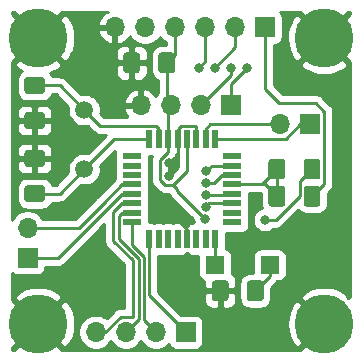
<source format=gbr>
%TF.GenerationSoftware,KiCad,Pcbnew,(5.1.6)-1*%
%TF.CreationDate,2020-09-09T14:29:39-07:00*%
%TF.ProjectId,DigitController,44696769-7443-46f6-9e74-726f6c6c6572,rev?*%
%TF.SameCoordinates,Original*%
%TF.FileFunction,Copper,L1,Top*%
%TF.FilePolarity,Positive*%
%FSLAX46Y46*%
G04 Gerber Fmt 4.6, Leading zero omitted, Abs format (unit mm)*
G04 Created by KiCad (PCBNEW (5.1.6)-1) date 2020-09-09 14:29:39*
%MOMM*%
%LPD*%
G01*
G04 APERTURE LIST*
%TA.AperFunction,ComponentPad*%
%ADD10C,1.500000*%
%TD*%
%TA.AperFunction,SMDPad,CuDef*%
%ADD11R,1.600000X0.550000*%
%TD*%
%TA.AperFunction,SMDPad,CuDef*%
%ADD12R,0.550000X1.600000*%
%TD*%
%TA.AperFunction,ComponentPad*%
%ADD13O,1.700000X1.700000*%
%TD*%
%TA.AperFunction,ComponentPad*%
%ADD14R,1.700000X1.700000*%
%TD*%
%TA.AperFunction,ComponentPad*%
%ADD15C,0.800000*%
%TD*%
%TA.AperFunction,ComponentPad*%
%ADD16C,5.000000*%
%TD*%
%TA.AperFunction,SMDPad,CuDef*%
%ADD17R,1.600000X1.500000*%
%TD*%
%TA.AperFunction,ViaPad*%
%ADD18C,0.800000*%
%TD*%
%TA.AperFunction,Conductor*%
%ADD19C,0.250000*%
%TD*%
%TA.AperFunction,Conductor*%
%ADD20C,0.254000*%
%TD*%
G04 APERTURE END LIST*
D10*
%TO.P,Y1,2*%
%TO.N,/XTAL2*%
X66800000Y-94000000D03*
%TO.P,Y1,1*%
%TO.N,/XTAL1*%
X66800000Y-89000000D03*
%TD*%
D11*
%TO.P,U1,32*%
%TO.N,Net-(U1-Pad32)*%
X79350000Y-92900000D03*
%TO.P,U1,31*%
%TO.N,/FTDI_RX*%
X79350000Y-93700000D03*
%TO.P,U1,30*%
%TO.N,/FTDI_TX*%
X79350000Y-94500000D03*
%TO.P,U1,29*%
%TO.N,/RESET*%
X79350000Y-95300000D03*
%TO.P,U1,28*%
%TO.N,/SCL*%
X79350000Y-96100000D03*
%TO.P,U1,27*%
%TO.N,/SDA*%
X79350000Y-96900000D03*
%TO.P,U1,26*%
%TO.N,Net-(U1-Pad26)*%
X79350000Y-97700000D03*
%TO.P,U1,25*%
%TO.N,Net-(U1-Pad25)*%
X79350000Y-98500000D03*
D12*
%TO.P,U1,24*%
%TO.N,/LED*%
X77900000Y-99950000D03*
%TO.P,U1,23*%
%TO.N,Net-(U1-Pad23)*%
X77100000Y-99950000D03*
%TO.P,U1,22*%
%TO.N,Net-(U1-Pad22)*%
X76300000Y-99950000D03*
%TO.P,U1,21*%
%TO.N,/GND*%
X75500000Y-99950000D03*
%TO.P,U1,20*%
%TO.N,Net-(U1-Pad20)*%
X74700000Y-99950000D03*
%TO.P,U1,19*%
%TO.N,Net-(U1-Pad19)*%
X73900000Y-99950000D03*
%TO.P,U1,18*%
%TO.N,Net-(U1-Pad18)*%
X73100000Y-99950000D03*
%TO.P,U1,17*%
%TO.N,/SEG_H*%
X72300000Y-99950000D03*
D11*
%TO.P,U1,16*%
%TO.N,/SEG_G*%
X70850000Y-98500000D03*
%TO.P,U1,15*%
%TO.N,/SEG_D*%
X70850000Y-97700000D03*
%TO.P,U1,14*%
%TO.N,/SEG_C*%
X70850000Y-96900000D03*
%TO.P,U1,13*%
%TO.N,/SEG_E*%
X70850000Y-96100000D03*
%TO.P,U1,12*%
%TO.N,/SEG_F*%
X70850000Y-95300000D03*
%TO.P,U1,11*%
%TO.N,Net-(U1-Pad11)*%
X70850000Y-94500000D03*
%TO.P,U1,10*%
%TO.N,Net-(U1-Pad10)*%
X70850000Y-93700000D03*
%TO.P,U1,9*%
%TO.N,Net-(U1-Pad9)*%
X70850000Y-92900000D03*
D12*
%TO.P,U1,8*%
%TO.N,/XTAL2*%
X72300000Y-91450000D03*
%TO.P,U1,7*%
%TO.N,/XTAL1*%
X73100000Y-91450000D03*
%TO.P,U1,6*%
%TO.N,/5V*%
X73900000Y-91450000D03*
%TO.P,U1,5*%
%TO.N,/GND*%
X74700000Y-91450000D03*
%TO.P,U1,4*%
%TO.N,/5V*%
X75500000Y-91450000D03*
%TO.P,U1,3*%
%TO.N,/GND*%
X76300000Y-91450000D03*
%TO.P,U1,2*%
%TO.N,/SEG_A*%
X77100000Y-91450000D03*
%TO.P,U1,1*%
%TO.N,/SEG_B*%
X77900000Y-91450000D03*
%TD*%
%TO.P,R2,2*%
%TO.N,/GND*%
%TA.AperFunction,SMDPad,CuDef*%
G36*
G01*
X79025000Y-103675000D02*
X79025000Y-104925000D01*
G75*
G02*
X78775000Y-105175000I-250000J0D01*
G01*
X77850000Y-105175000D01*
G75*
G02*
X77600000Y-104925000I0J250000D01*
G01*
X77600000Y-103675000D01*
G75*
G02*
X77850000Y-103425000I250000J0D01*
G01*
X78775000Y-103425000D01*
G75*
G02*
X79025000Y-103675000I0J-250000D01*
G01*
G37*
%TD.AperFunction*%
%TO.P,R2,1*%
%TO.N,Net-(D1-Pad1)*%
%TA.AperFunction,SMDPad,CuDef*%
G36*
G01*
X82000000Y-103675000D02*
X82000000Y-104925000D01*
G75*
G02*
X81750000Y-105175000I-250000J0D01*
G01*
X80825000Y-105175000D01*
G75*
G02*
X80575000Y-104925000I0J250000D01*
G01*
X80575000Y-103675000D01*
G75*
G02*
X80825000Y-103425000I250000J0D01*
G01*
X81750000Y-103425000D01*
G75*
G02*
X82000000Y-103675000I0J-250000D01*
G01*
G37*
%TD.AperFunction*%
%TD*%
%TO.P,R1,2*%
%TO.N,/5V*%
%TA.AperFunction,SMDPad,CuDef*%
G36*
G01*
X85375000Y-94625000D02*
X85375000Y-93375000D01*
G75*
G02*
X85625000Y-93125000I250000J0D01*
G01*
X86550000Y-93125000D01*
G75*
G02*
X86800000Y-93375000I0J-250000D01*
G01*
X86800000Y-94625000D01*
G75*
G02*
X86550000Y-94875000I-250000J0D01*
G01*
X85625000Y-94875000D01*
G75*
G02*
X85375000Y-94625000I0J250000D01*
G01*
G37*
%TD.AperFunction*%
%TO.P,R1,1*%
%TO.N,/RESET*%
%TA.AperFunction,SMDPad,CuDef*%
G36*
G01*
X82400000Y-94625000D02*
X82400000Y-93375000D01*
G75*
G02*
X82650000Y-93125000I250000J0D01*
G01*
X83575000Y-93125000D01*
G75*
G02*
X83825000Y-93375000I0J-250000D01*
G01*
X83825000Y-94625000D01*
G75*
G02*
X83575000Y-94875000I-250000J0D01*
G01*
X82650000Y-94875000D01*
G75*
G02*
X82400000Y-94625000I0J250000D01*
G01*
G37*
%TD.AperFunction*%
%TD*%
D13*
%TO.P,J5,4*%
%TO.N,/SEG_C*%
X67780000Y-107800000D03*
%TO.P,J5,3*%
%TO.N,/SEG_D*%
X70320000Y-107800000D03*
%TO.P,J5,2*%
%TO.N,/SEG_G*%
X72860000Y-107800000D03*
D14*
%TO.P,J5,1*%
%TO.N,/SEG_H*%
X75400000Y-107800000D03*
%TD*%
D13*
%TO.P,J4,2*%
%TO.N,/SEG_F*%
X62000000Y-98960000D03*
D14*
%TO.P,J4,1*%
%TO.N,/SEG_E*%
X62000000Y-101500000D03*
%TD*%
D13*
%TO.P,J3,2*%
%TO.N,/SEG_A*%
X83360000Y-90200000D03*
D14*
%TO.P,J3,1*%
%TO.N,/SEG_B*%
X85900000Y-90200000D03*
%TD*%
D13*
%TO.P,J2,6*%
%TO.N,/GND*%
X69400000Y-82000000D03*
%TO.P,J2,5*%
%TO.N,Net-(J2-Pad5)*%
X71940000Y-82000000D03*
%TO.P,J2,4*%
%TO.N,/5V*%
X74480000Y-82000000D03*
%TO.P,J2,3*%
%TO.N,/FTDI_TX*%
X77020000Y-82000000D03*
%TO.P,J2,2*%
%TO.N,/FTDI_RX*%
X79560000Y-82000000D03*
D14*
%TO.P,J2,1*%
%TO.N,/FTDI_DTR*%
X82100000Y-82000000D03*
%TD*%
D13*
%TO.P,J1,4*%
%TO.N,/GND*%
X71580000Y-88600000D03*
%TO.P,J1,3*%
%TO.N,/5V*%
X74120000Y-88600000D03*
%TO.P,J1,2*%
%TO.N,/SCL*%
X76660000Y-88600000D03*
D14*
%TO.P,J1,1*%
%TO.N,/SDA*%
X79200000Y-88600000D03*
%TD*%
D15*
%TO.P,H4,1*%
%TO.N,/GND*%
X88450825Y-105774175D03*
X87125000Y-105225000D03*
X85799175Y-105774175D03*
X85250000Y-107100000D03*
X85799175Y-108425825D03*
X87125000Y-108975000D03*
X88450825Y-108425825D03*
X89000000Y-107100000D03*
D16*
X87125000Y-107100000D03*
%TD*%
D15*
%TO.P,H3,1*%
%TO.N,/GND*%
X64225825Y-105774175D03*
X62900000Y-105225000D03*
X61574175Y-105774175D03*
X61025000Y-107100000D03*
X61574175Y-108425825D03*
X62900000Y-108975000D03*
X64225825Y-108425825D03*
X64775000Y-107100000D03*
D16*
X62900000Y-107100000D03*
%TD*%
D15*
%TO.P,H2,1*%
%TO.N,/GND*%
X88425825Y-81574175D03*
X87100000Y-81025000D03*
X85774175Y-81574175D03*
X85225000Y-82900000D03*
X85774175Y-84225825D03*
X87100000Y-84775000D03*
X88425825Y-84225825D03*
X88975000Y-82900000D03*
D16*
X87100000Y-82900000D03*
%TD*%
D15*
%TO.P,H1,1*%
%TO.N,/GND*%
X64225825Y-81574175D03*
X62900000Y-81025000D03*
X61574175Y-81574175D03*
X61025000Y-82900000D03*
X61574175Y-84225825D03*
X62900000Y-84775000D03*
X64225825Y-84225825D03*
X64775000Y-82900000D03*
D16*
X62900000Y-82900000D03*
%TD*%
D17*
%TO.P,D1,2*%
%TO.N,/LED*%
X77900000Y-102100000D03*
%TO.P,D1,1*%
%TO.N,Net-(D1-Pad1)*%
X82500000Y-102100000D03*
%TD*%
%TO.P,C4,2*%
%TO.N,/GND*%
%TA.AperFunction,SMDPad,CuDef*%
G36*
G01*
X63225000Y-93812500D02*
X61975000Y-93812500D01*
G75*
G02*
X61725000Y-93562500I0J250000D01*
G01*
X61725000Y-92637500D01*
G75*
G02*
X61975000Y-92387500I250000J0D01*
G01*
X63225000Y-92387500D01*
G75*
G02*
X63475000Y-92637500I0J-250000D01*
G01*
X63475000Y-93562500D01*
G75*
G02*
X63225000Y-93812500I-250000J0D01*
G01*
G37*
%TD.AperFunction*%
%TO.P,C4,1*%
%TO.N,/XTAL2*%
%TA.AperFunction,SMDPad,CuDef*%
G36*
G01*
X63225000Y-96787500D02*
X61975000Y-96787500D01*
G75*
G02*
X61725000Y-96537500I0J250000D01*
G01*
X61725000Y-95612500D01*
G75*
G02*
X61975000Y-95362500I250000J0D01*
G01*
X63225000Y-95362500D01*
G75*
G02*
X63475000Y-95612500I0J-250000D01*
G01*
X63475000Y-96537500D01*
G75*
G02*
X63225000Y-96787500I-250000J0D01*
G01*
G37*
%TD.AperFunction*%
%TD*%
%TO.P,C3,2*%
%TO.N,/GND*%
%TA.AperFunction,SMDPad,CuDef*%
G36*
G01*
X61975000Y-89175000D02*
X63225000Y-89175000D01*
G75*
G02*
X63475000Y-89425000I0J-250000D01*
G01*
X63475000Y-90350000D01*
G75*
G02*
X63225000Y-90600000I-250000J0D01*
G01*
X61975000Y-90600000D01*
G75*
G02*
X61725000Y-90350000I0J250000D01*
G01*
X61725000Y-89425000D01*
G75*
G02*
X61975000Y-89175000I250000J0D01*
G01*
G37*
%TD.AperFunction*%
%TO.P,C3,1*%
%TO.N,/XTAL1*%
%TA.AperFunction,SMDPad,CuDef*%
G36*
G01*
X61975000Y-86200000D02*
X63225000Y-86200000D01*
G75*
G02*
X63475000Y-86450000I0J-250000D01*
G01*
X63475000Y-87375000D01*
G75*
G02*
X63225000Y-87625000I-250000J0D01*
G01*
X61975000Y-87625000D01*
G75*
G02*
X61725000Y-87375000I0J250000D01*
G01*
X61725000Y-86450000D01*
G75*
G02*
X61975000Y-86200000I250000J0D01*
G01*
G37*
%TD.AperFunction*%
%TD*%
%TO.P,C2,2*%
%TO.N,/GND*%
%TA.AperFunction,SMDPad,CuDef*%
G36*
G01*
X71525000Y-84375000D02*
X71525000Y-85625000D01*
G75*
G02*
X71275000Y-85875000I-250000J0D01*
G01*
X70350000Y-85875000D01*
G75*
G02*
X70100000Y-85625000I0J250000D01*
G01*
X70100000Y-84375000D01*
G75*
G02*
X70350000Y-84125000I250000J0D01*
G01*
X71275000Y-84125000D01*
G75*
G02*
X71525000Y-84375000I0J-250000D01*
G01*
G37*
%TD.AperFunction*%
%TO.P,C2,1*%
%TO.N,/5V*%
%TA.AperFunction,SMDPad,CuDef*%
G36*
G01*
X74500000Y-84375000D02*
X74500000Y-85625000D01*
G75*
G02*
X74250000Y-85875000I-250000J0D01*
G01*
X73325000Y-85875000D01*
G75*
G02*
X73075000Y-85625000I0J250000D01*
G01*
X73075000Y-84375000D01*
G75*
G02*
X73325000Y-84125000I250000J0D01*
G01*
X74250000Y-84125000D01*
G75*
G02*
X74500000Y-84375000I0J-250000D01*
G01*
G37*
%TD.AperFunction*%
%TD*%
%TO.P,C1,2*%
%TO.N,/FTDI_DTR*%
%TA.AperFunction,SMDPad,CuDef*%
G36*
G01*
X85375000Y-96925000D02*
X85375000Y-95675000D01*
G75*
G02*
X85625000Y-95425000I250000J0D01*
G01*
X86550000Y-95425000D01*
G75*
G02*
X86800000Y-95675000I0J-250000D01*
G01*
X86800000Y-96925000D01*
G75*
G02*
X86550000Y-97175000I-250000J0D01*
G01*
X85625000Y-97175000D01*
G75*
G02*
X85375000Y-96925000I0J250000D01*
G01*
G37*
%TD.AperFunction*%
%TO.P,C1,1*%
%TO.N,/RESET*%
%TA.AperFunction,SMDPad,CuDef*%
G36*
G01*
X82400000Y-96925000D02*
X82400000Y-95675000D01*
G75*
G02*
X82650000Y-95425000I250000J0D01*
G01*
X83575000Y-95425000D01*
G75*
G02*
X83825000Y-95675000I0J-250000D01*
G01*
X83825000Y-96925000D01*
G75*
G02*
X83575000Y-97175000I-250000J0D01*
G01*
X82650000Y-97175000D01*
G75*
G02*
X82400000Y-96925000I0J250000D01*
G01*
G37*
%TD.AperFunction*%
%TD*%
D18*
%TO.N,/5V*%
X82100000Y-98300000D03*
%TO.N,/SDA*%
X77100000Y-97200000D03*
%TO.N,/SCL*%
X77100000Y-96200000D03*
%TO.N,/FTDI_TX*%
X77100000Y-95200000D03*
%TO.N,/FTDI_RX*%
X77100000Y-94200000D03*
X77850000Y-85400000D03*
%TO.N,/FTDI_TX*%
X76500000Y-85400000D03*
%TO.N,/SCL*%
X79250000Y-85400000D03*
%TO.N,/SDA*%
X80600000Y-85400000D03*
%TO.N,/5V*%
X77050000Y-98223002D03*
%TO.N,/GND*%
X74000000Y-93500000D03*
X73950000Y-94600000D03*
X73950000Y-96700000D03*
X73950000Y-97800000D03*
%TD*%
D19*
%TO.N,/FTDI_DTR*%
X87125010Y-89140008D02*
X86385002Y-88400000D01*
X86087500Y-96300000D02*
X87125010Y-95262490D01*
X87125010Y-95262490D02*
X87125010Y-89140008D01*
X86385002Y-88400000D02*
X83300000Y-88400000D01*
X82100000Y-87200000D02*
X82100000Y-82000000D01*
X83300000Y-88400000D02*
X82100000Y-87200000D01*
%TO.N,/RESET*%
X83112500Y-96300000D02*
X83112500Y-94000000D01*
X81812500Y-95300000D02*
X79350000Y-95300000D01*
X83112500Y-94000000D02*
X81812500Y-95300000D01*
X82112500Y-95300000D02*
X79350000Y-95300000D01*
X83112500Y-96300000D02*
X82112500Y-95300000D01*
%TO.N,/5V*%
X74480000Y-84307500D02*
X73787500Y-85000000D01*
X74480000Y-82000000D02*
X74480000Y-84307500D01*
X73787500Y-88267500D02*
X74120000Y-88600000D01*
X73787500Y-85000000D02*
X73787500Y-88267500D01*
X73900000Y-88820000D02*
X73900000Y-91450000D01*
X74120000Y-88600000D02*
X73900000Y-88820000D01*
X77050000Y-98223002D02*
X77050000Y-98223002D01*
X85049990Y-95037510D02*
X86087500Y-94000000D01*
X83013190Y-98300000D02*
X85049990Y-96263200D01*
X85049990Y-96263200D02*
X85049990Y-95037510D01*
X82100000Y-98300000D02*
X83013190Y-98300000D01*
X75500000Y-92310002D02*
X75500000Y-91450000D01*
X75500000Y-94123002D02*
X75500000Y-91450000D01*
X74298001Y-95325001D02*
X75500000Y-94123002D01*
X73601999Y-95325001D02*
X74298001Y-95325001D01*
X73224999Y-94948001D02*
X73601999Y-95325001D01*
X73224999Y-93201999D02*
X73224999Y-94948001D01*
X73900000Y-92526998D02*
X73224999Y-93201999D01*
X73900000Y-91450000D02*
X73900000Y-92526998D01*
X74675001Y-95702001D02*
X74675001Y-95848003D01*
X74675001Y-95848003D02*
X77050000Y-98223002D01*
X74298001Y-95325001D02*
X74675001Y-95702001D01*
%TO.N,/XTAL1*%
X64712500Y-86912500D02*
X66800000Y-89000000D01*
X62600000Y-86912500D02*
X64712500Y-86912500D01*
X73100000Y-90589998D02*
X73100000Y-91450000D01*
X68124999Y-90324999D02*
X72835001Y-90324999D01*
X72835001Y-90324999D02*
X73100000Y-90589998D01*
X66800000Y-89000000D02*
X68124999Y-90324999D01*
%TO.N,/XTAL2*%
X64725000Y-96075000D02*
X66800000Y-94000000D01*
X62600000Y-96075000D02*
X64725000Y-96075000D01*
X69350000Y-91450000D02*
X72300000Y-91450000D01*
X66800000Y-94000000D02*
X69350000Y-91450000D01*
%TO.N,Net-(D1-Pad1)*%
X82500000Y-103087500D02*
X81287500Y-104300000D01*
X82500000Y-102100000D02*
X82500000Y-103087500D01*
%TO.N,/LED*%
X77900000Y-102100000D02*
X77900000Y-99950000D01*
%TO.N,/SCL*%
X79250000Y-86010000D02*
X79250000Y-85400000D01*
X76660000Y-88600000D02*
X79250000Y-86010000D01*
X79250000Y-96200000D02*
X79350000Y-96100000D01*
X77100000Y-96200000D02*
X79250000Y-96200000D01*
%TO.N,/SDA*%
X79200000Y-86800000D02*
X80600000Y-85400000D01*
X79200000Y-88600000D02*
X79200000Y-86800000D01*
X77400000Y-96900000D02*
X79350000Y-96900000D01*
X77100000Y-97200000D02*
X77400000Y-96900000D01*
%TO.N,/FTDI_RX*%
X79560000Y-83690000D02*
X77850000Y-85400000D01*
X79560000Y-82000000D02*
X79560000Y-83690000D01*
X77600000Y-93700000D02*
X79350000Y-93700000D01*
X77100000Y-94200000D02*
X77600000Y-93700000D01*
%TO.N,/FTDI_TX*%
X77020000Y-84880000D02*
X76500000Y-85400000D01*
X77020000Y-82000000D02*
X77020000Y-84880000D01*
X78489998Y-94500000D02*
X79350000Y-94500000D01*
X77789998Y-95200000D02*
X78489998Y-94500000D01*
X77100000Y-95200000D02*
X77789998Y-95200000D01*
%TO.N,/SEG_A*%
X77489998Y-90200000D02*
X83360000Y-90200000D01*
X77100000Y-90589998D02*
X77489998Y-90200000D01*
X77100000Y-91450000D02*
X77100000Y-90589998D01*
%TO.N,/SEG_B*%
X85099002Y-90200000D02*
X85900000Y-90200000D01*
X83849002Y-91450000D02*
X85099002Y-90200000D01*
X77900000Y-91450000D02*
X83849002Y-91450000D01*
%TO.N,/SEG_C*%
X68580998Y-107800000D02*
X69880998Y-106500000D01*
X67780000Y-107800000D02*
X68580998Y-107800000D01*
X70900000Y-106500000D02*
X70949970Y-106450030D01*
X69880998Y-106500000D02*
X70900000Y-106500000D01*
X70949970Y-106450030D02*
X70900000Y-106400060D01*
X70900000Y-106400060D02*
X70900000Y-101722830D01*
X70900000Y-101722830D02*
X69274989Y-100097819D01*
X69989998Y-96900000D02*
X70850000Y-96900000D01*
X69274989Y-97615009D02*
X69989998Y-96900000D01*
X69274989Y-100097819D02*
X69274989Y-97615009D01*
%TO.N,/SEG_D*%
X70320000Y-107800000D02*
X71399980Y-106720020D01*
X71399980Y-106720020D02*
X71399980Y-101586400D01*
X69989998Y-97700000D02*
X70850000Y-97700000D01*
X69724999Y-97964999D02*
X69989998Y-97700000D01*
X69724999Y-99911419D02*
X69724999Y-97964999D01*
X71399980Y-101586400D02*
X69724999Y-99911419D01*
%TO.N,/SEG_E*%
X69989998Y-96100000D02*
X70850000Y-96100000D01*
X68824979Y-97265019D02*
X69989998Y-96100000D01*
X68824979Y-97265019D02*
X68824979Y-97275021D01*
X64600000Y-101500000D02*
X62000000Y-101500000D01*
X68824979Y-97275021D02*
X64600000Y-101500000D01*
%TO.N,/SEG_F*%
X69989998Y-95300000D02*
X70850000Y-95300000D01*
X68374969Y-96915029D02*
X69989998Y-95300000D01*
X68374969Y-96915029D02*
X68374969Y-96925031D01*
X66340000Y-98960000D02*
X62000000Y-98960000D01*
X68374969Y-96925031D02*
X66340000Y-98960000D01*
%TO.N,/SEG_G*%
X70850000Y-100400010D02*
X70850000Y-98500000D01*
X71849990Y-101400000D02*
X70850000Y-100400010D01*
X72860000Y-107800000D02*
X71849990Y-106789990D01*
X71849990Y-106789990D02*
X71849990Y-101400000D01*
%TO.N,/SEG_H*%
X75400000Y-107800000D02*
X72300000Y-104700000D01*
X72300000Y-104700000D02*
X72300000Y-99950000D01*
%TO.N,/GND*%
X76224999Y-90324999D02*
X74964999Y-90324999D01*
X74964999Y-90324999D02*
X74700000Y-90589998D01*
X76300000Y-90400000D02*
X76224999Y-90324999D01*
X74700000Y-90589998D02*
X74700000Y-91450000D01*
X76300000Y-91450000D02*
X76300000Y-90400000D01*
X74700000Y-92800000D02*
X74000000Y-93500000D01*
X74700000Y-91450000D02*
X74700000Y-92800000D01*
X74000000Y-94550000D02*
X73950000Y-94600000D01*
X74000000Y-93500000D02*
X74000000Y-94550000D01*
X73950000Y-96700000D02*
X73950000Y-97800000D01*
X74210002Y-97800000D02*
X73950000Y-97800000D01*
X75500000Y-99089998D02*
X74210002Y-97800000D01*
X75500000Y-99950000D02*
X75500000Y-99089998D01*
%TD*%
D20*
%TO.N,/GND*%
G36*
X85076457Y-80696852D02*
G01*
X87100000Y-82720395D01*
X89123543Y-80696852D01*
X89099193Y-80660000D01*
X89340000Y-80660000D01*
X89340000Y-80900807D01*
X89303148Y-80876457D01*
X87279605Y-82900000D01*
X89303148Y-84923543D01*
X89340000Y-84899193D01*
X89340001Y-104860859D01*
X89262267Y-104783125D01*
X89148542Y-104896850D01*
X88872373Y-104478882D01*
X88327443Y-104188351D01*
X87736304Y-104009713D01*
X87121672Y-103949832D01*
X86507169Y-104011010D01*
X85916408Y-104190897D01*
X85377627Y-104478882D01*
X85101457Y-104896852D01*
X87125000Y-106920395D01*
X87139143Y-106906253D01*
X87318748Y-107085858D01*
X87304605Y-107100000D01*
X87318748Y-107114143D01*
X87139143Y-107293748D01*
X87125000Y-107279605D01*
X85101457Y-109303148D01*
X85125807Y-109340000D01*
X64899193Y-109340000D01*
X64923543Y-109303148D01*
X62900000Y-107279605D01*
X60876457Y-109303148D01*
X60900807Y-109340000D01*
X60660000Y-109340000D01*
X60660000Y-109099193D01*
X60696852Y-109123543D01*
X62720395Y-107100000D01*
X63079605Y-107100000D01*
X65103148Y-109123543D01*
X65521118Y-108847373D01*
X65811649Y-108302443D01*
X65990287Y-107711304D01*
X66050168Y-107096672D01*
X65988990Y-106482169D01*
X65809103Y-105891408D01*
X65521118Y-105352627D01*
X65103148Y-105076457D01*
X63079605Y-107100000D01*
X62720395Y-107100000D01*
X60696852Y-105076457D01*
X60660000Y-105100807D01*
X60660000Y-104896852D01*
X60876457Y-104896852D01*
X62900000Y-106920395D01*
X64923543Y-104896852D01*
X64647373Y-104478882D01*
X64102443Y-104188351D01*
X63511304Y-104009713D01*
X62896672Y-103949832D01*
X62282169Y-104011010D01*
X61691408Y-104190897D01*
X61152627Y-104478882D01*
X60876457Y-104896852D01*
X60660000Y-104896852D01*
X60660000Y-102753889D01*
X60698815Y-102801185D01*
X60795506Y-102880537D01*
X60905820Y-102939502D01*
X61025518Y-102975812D01*
X61150000Y-102988072D01*
X62850000Y-102988072D01*
X62974482Y-102975812D01*
X63094180Y-102939502D01*
X63204494Y-102880537D01*
X63301185Y-102801185D01*
X63380537Y-102704494D01*
X63439502Y-102594180D01*
X63475812Y-102474482D01*
X63488072Y-102350000D01*
X63488072Y-102260000D01*
X64562678Y-102260000D01*
X64600000Y-102263676D01*
X64637322Y-102260000D01*
X64637333Y-102260000D01*
X64748986Y-102249003D01*
X64892247Y-102205546D01*
X65024276Y-102134974D01*
X65140001Y-102040001D01*
X65163804Y-102010997D01*
X68514990Y-98659812D01*
X68514989Y-100060496D01*
X68511313Y-100097819D01*
X68514989Y-100135141D01*
X68514989Y-100135151D01*
X68525986Y-100246804D01*
X68568796Y-100387932D01*
X68569443Y-100390065D01*
X68640015Y-100522095D01*
X68679860Y-100570645D01*
X68734988Y-100637820D01*
X68763992Y-100661623D01*
X70140001Y-102037633D01*
X70140000Y-105740000D01*
X69918323Y-105740000D01*
X69880998Y-105736324D01*
X69843673Y-105740000D01*
X69843665Y-105740000D01*
X69732012Y-105750997D01*
X69588751Y-105794454D01*
X69456722Y-105865026D01*
X69340997Y-105959999D01*
X69317199Y-105988997D01*
X68686492Y-106619704D01*
X68483411Y-106484010D01*
X68213158Y-106372068D01*
X67926260Y-106315000D01*
X67633740Y-106315000D01*
X67346842Y-106372068D01*
X67076589Y-106484010D01*
X66833368Y-106646525D01*
X66626525Y-106853368D01*
X66464010Y-107096589D01*
X66352068Y-107366842D01*
X66295000Y-107653740D01*
X66295000Y-107946260D01*
X66352068Y-108233158D01*
X66464010Y-108503411D01*
X66626525Y-108746632D01*
X66833368Y-108953475D01*
X67076589Y-109115990D01*
X67346842Y-109227932D01*
X67633740Y-109285000D01*
X67926260Y-109285000D01*
X68213158Y-109227932D01*
X68483411Y-109115990D01*
X68726632Y-108953475D01*
X68933475Y-108746632D01*
X69050000Y-108572240D01*
X69166525Y-108746632D01*
X69373368Y-108953475D01*
X69616589Y-109115990D01*
X69886842Y-109227932D01*
X70173740Y-109285000D01*
X70466260Y-109285000D01*
X70753158Y-109227932D01*
X71023411Y-109115990D01*
X71266632Y-108953475D01*
X71473475Y-108746632D01*
X71590000Y-108572240D01*
X71706525Y-108746632D01*
X71913368Y-108953475D01*
X72156589Y-109115990D01*
X72426842Y-109227932D01*
X72713740Y-109285000D01*
X73006260Y-109285000D01*
X73293158Y-109227932D01*
X73563411Y-109115990D01*
X73806632Y-108953475D01*
X73938487Y-108821620D01*
X73960498Y-108894180D01*
X74019463Y-109004494D01*
X74098815Y-109101185D01*
X74195506Y-109180537D01*
X74305820Y-109239502D01*
X74425518Y-109275812D01*
X74550000Y-109288072D01*
X76250000Y-109288072D01*
X76374482Y-109275812D01*
X76494180Y-109239502D01*
X76604494Y-109180537D01*
X76701185Y-109101185D01*
X76780537Y-109004494D01*
X76839502Y-108894180D01*
X76875812Y-108774482D01*
X76888072Y-108650000D01*
X76888072Y-107103328D01*
X83974832Y-107103328D01*
X84036010Y-107717831D01*
X84215897Y-108308592D01*
X84503882Y-108847373D01*
X84921852Y-109123543D01*
X86945395Y-107100000D01*
X84921852Y-105076457D01*
X84503882Y-105352627D01*
X84213351Y-105897557D01*
X84034713Y-106488696D01*
X83974832Y-107103328D01*
X76888072Y-107103328D01*
X76888072Y-106950000D01*
X76875812Y-106825518D01*
X76839502Y-106705820D01*
X76780537Y-106595506D01*
X76701185Y-106498815D01*
X76604494Y-106419463D01*
X76494180Y-106360498D01*
X76374482Y-106324188D01*
X76250000Y-106311928D01*
X74986730Y-106311928D01*
X73849802Y-105175000D01*
X76961928Y-105175000D01*
X76974188Y-105299482D01*
X77010498Y-105419180D01*
X77069463Y-105529494D01*
X77148815Y-105626185D01*
X77245506Y-105705537D01*
X77355820Y-105764502D01*
X77475518Y-105800812D01*
X77600000Y-105813072D01*
X78026750Y-105810000D01*
X78185500Y-105651250D01*
X78185500Y-104427000D01*
X78439500Y-104427000D01*
X78439500Y-105651250D01*
X78598250Y-105810000D01*
X79025000Y-105813072D01*
X79149482Y-105800812D01*
X79269180Y-105764502D01*
X79379494Y-105705537D01*
X79476185Y-105626185D01*
X79555537Y-105529494D01*
X79614502Y-105419180D01*
X79650812Y-105299482D01*
X79663072Y-105175000D01*
X79660000Y-104585750D01*
X79501250Y-104427000D01*
X78439500Y-104427000D01*
X78185500Y-104427000D01*
X77123750Y-104427000D01*
X76965000Y-104585750D01*
X76961928Y-105175000D01*
X73849802Y-105175000D01*
X73060000Y-104385199D01*
X73060000Y-101388072D01*
X73375000Y-101388072D01*
X73499482Y-101375812D01*
X73500000Y-101375655D01*
X73500518Y-101375812D01*
X73625000Y-101388072D01*
X74175000Y-101388072D01*
X74299482Y-101375812D01*
X74300000Y-101375655D01*
X74300518Y-101375812D01*
X74425000Y-101388072D01*
X74975000Y-101388072D01*
X75099482Y-101375812D01*
X75100620Y-101375467D01*
X75214250Y-101385000D01*
X75306333Y-101292917D01*
X75329494Y-101280537D01*
X75426185Y-101201185D01*
X75500000Y-101111241D01*
X75573815Y-101201185D01*
X75670506Y-101280537D01*
X75693667Y-101292917D01*
X75785750Y-101385000D01*
X75899380Y-101375467D01*
X75900518Y-101375812D01*
X76025000Y-101388072D01*
X76461928Y-101388072D01*
X76461928Y-102850000D01*
X76474188Y-102974482D01*
X76510498Y-103094180D01*
X76569463Y-103204494D01*
X76648815Y-103301185D01*
X76745506Y-103380537D01*
X76855820Y-103439502D01*
X76962172Y-103471763D01*
X76965000Y-104014250D01*
X77123750Y-104173000D01*
X78185500Y-104173000D01*
X78185500Y-104153000D01*
X78439500Y-104153000D01*
X78439500Y-104173000D01*
X79501250Y-104173000D01*
X79660000Y-104014250D01*
X79661768Y-103675000D01*
X79936928Y-103675000D01*
X79936928Y-104925000D01*
X79953992Y-105098254D01*
X80004528Y-105264850D01*
X80086595Y-105418386D01*
X80197038Y-105552962D01*
X80331614Y-105663405D01*
X80485150Y-105745472D01*
X80651746Y-105796008D01*
X80825000Y-105813072D01*
X81750000Y-105813072D01*
X81923254Y-105796008D01*
X82089850Y-105745472D01*
X82243386Y-105663405D01*
X82377962Y-105552962D01*
X82488405Y-105418386D01*
X82570472Y-105264850D01*
X82621008Y-105098254D01*
X82638072Y-104925000D01*
X82638072Y-104024230D01*
X83011003Y-103651299D01*
X83040001Y-103627501D01*
X83066332Y-103595417D01*
X83134974Y-103511777D01*
X83147645Y-103488072D01*
X83300000Y-103488072D01*
X83424482Y-103475812D01*
X83544180Y-103439502D01*
X83654494Y-103380537D01*
X83751185Y-103301185D01*
X83830537Y-103204494D01*
X83889502Y-103094180D01*
X83925812Y-102974482D01*
X83938072Y-102850000D01*
X83938072Y-101350000D01*
X83925812Y-101225518D01*
X83889502Y-101105820D01*
X83830537Y-100995506D01*
X83751185Y-100898815D01*
X83654494Y-100819463D01*
X83544180Y-100760498D01*
X83424482Y-100724188D01*
X83300000Y-100711928D01*
X81700000Y-100711928D01*
X81575518Y-100724188D01*
X81455820Y-100760498D01*
X81345506Y-100819463D01*
X81248815Y-100898815D01*
X81169463Y-100995506D01*
X81110498Y-101105820D01*
X81074188Y-101225518D01*
X81061928Y-101350000D01*
X81061928Y-102786928D01*
X80825000Y-102786928D01*
X80651746Y-102803992D01*
X80485150Y-102854528D01*
X80331614Y-102936595D01*
X80197038Y-103047038D01*
X80086595Y-103181614D01*
X80004528Y-103335150D01*
X79953992Y-103501746D01*
X79936928Y-103675000D01*
X79661768Y-103675000D01*
X79663072Y-103425000D01*
X79650812Y-103300518D01*
X79614502Y-103180820D01*
X79555537Y-103070506D01*
X79476185Y-102973815D01*
X79379494Y-102894463D01*
X79335983Y-102871206D01*
X79338072Y-102850000D01*
X79338072Y-101350000D01*
X79325812Y-101225518D01*
X79289502Y-101105820D01*
X79230537Y-100995506D01*
X79151185Y-100898815D01*
X79054494Y-100819463D01*
X78944180Y-100760498D01*
X78824482Y-100724188D01*
X78813072Y-100723064D01*
X78813072Y-99413072D01*
X80150000Y-99413072D01*
X80274482Y-99400812D01*
X80394180Y-99364502D01*
X80504494Y-99305537D01*
X80601185Y-99226185D01*
X80680537Y-99129494D01*
X80739502Y-99019180D01*
X80775812Y-98899482D01*
X80788072Y-98775000D01*
X80788072Y-98225000D01*
X80775812Y-98100518D01*
X80775655Y-98100000D01*
X80775812Y-98099482D01*
X80788072Y-97975000D01*
X80788072Y-97425000D01*
X80775812Y-97300518D01*
X80775655Y-97300000D01*
X80775812Y-97299482D01*
X80788072Y-97175000D01*
X80788072Y-96625000D01*
X80775812Y-96500518D01*
X80775655Y-96500000D01*
X80775812Y-96499482D01*
X80788072Y-96375000D01*
X80788072Y-96060000D01*
X81761928Y-96060000D01*
X81761928Y-96925000D01*
X81778992Y-97098254D01*
X81829528Y-97264850D01*
X81845797Y-97295287D01*
X81798102Y-97304774D01*
X81609744Y-97382795D01*
X81440226Y-97496063D01*
X81296063Y-97640226D01*
X81182795Y-97809744D01*
X81104774Y-97998102D01*
X81065000Y-98198061D01*
X81065000Y-98401939D01*
X81104774Y-98601898D01*
X81182795Y-98790256D01*
X81296063Y-98959774D01*
X81440226Y-99103937D01*
X81609744Y-99217205D01*
X81798102Y-99295226D01*
X81998061Y-99335000D01*
X82201939Y-99335000D01*
X82401898Y-99295226D01*
X82590256Y-99217205D01*
X82759774Y-99103937D01*
X82803711Y-99060000D01*
X82975868Y-99060000D01*
X83013190Y-99063676D01*
X83050512Y-99060000D01*
X83050523Y-99060000D01*
X83162176Y-99049003D01*
X83305437Y-99005546D01*
X83437466Y-98934974D01*
X83553191Y-98840001D01*
X83576994Y-98810997D01*
X84924012Y-97463979D01*
X84997038Y-97552962D01*
X85131614Y-97663405D01*
X85285150Y-97745472D01*
X85451746Y-97796008D01*
X85625000Y-97813072D01*
X86550000Y-97813072D01*
X86723254Y-97796008D01*
X86889850Y-97745472D01*
X87043386Y-97663405D01*
X87177962Y-97552962D01*
X87288405Y-97418386D01*
X87370472Y-97264850D01*
X87421008Y-97098254D01*
X87438072Y-96925000D01*
X87438072Y-96024230D01*
X87636014Y-95826288D01*
X87665011Y-95802491D01*
X87759984Y-95686766D01*
X87830556Y-95554737D01*
X87874013Y-95411476D01*
X87885010Y-95299823D01*
X87885010Y-95299815D01*
X87888686Y-95262490D01*
X87885010Y-95225165D01*
X87885010Y-89177330D01*
X87888686Y-89140007D01*
X87885010Y-89102684D01*
X87885010Y-89102675D01*
X87874013Y-88991022D01*
X87830556Y-88847761D01*
X87759984Y-88715732D01*
X87665011Y-88600007D01*
X87636012Y-88576209D01*
X86948805Y-87889002D01*
X86925003Y-87859999D01*
X86809278Y-87765026D01*
X86677249Y-87694454D01*
X86533988Y-87650997D01*
X86422335Y-87640000D01*
X86422324Y-87640000D01*
X86385002Y-87636324D01*
X86347680Y-87640000D01*
X83614802Y-87640000D01*
X82860000Y-86885199D01*
X82860000Y-85103148D01*
X85076457Y-85103148D01*
X85352627Y-85521118D01*
X85897557Y-85811649D01*
X86488696Y-85990287D01*
X87103328Y-86050168D01*
X87717831Y-85988990D01*
X88308592Y-85809103D01*
X88847373Y-85521118D01*
X89123543Y-85103148D01*
X87100000Y-83079605D01*
X85076457Y-85103148D01*
X82860000Y-85103148D01*
X82860000Y-83488072D01*
X82950000Y-83488072D01*
X83074482Y-83475812D01*
X83194180Y-83439502D01*
X83304494Y-83380537D01*
X83401185Y-83301185D01*
X83480537Y-83204494D01*
X83539502Y-83094180D01*
X83575812Y-82974482D01*
X83582819Y-82903328D01*
X83949832Y-82903328D01*
X84011010Y-83517831D01*
X84190897Y-84108592D01*
X84478882Y-84647373D01*
X84896852Y-84923543D01*
X86920395Y-82900000D01*
X84896852Y-80876457D01*
X84478882Y-81152627D01*
X84188351Y-81697557D01*
X84009713Y-82288696D01*
X83949832Y-82903328D01*
X83582819Y-82903328D01*
X83588072Y-82850000D01*
X83588072Y-81150000D01*
X83575812Y-81025518D01*
X83539502Y-80905820D01*
X83480537Y-80795506D01*
X83401185Y-80698815D01*
X83353889Y-80660000D01*
X85100807Y-80660000D01*
X85076457Y-80696852D01*
G37*
X85076457Y-80696852D02*
X87100000Y-82720395D01*
X89123543Y-80696852D01*
X89099193Y-80660000D01*
X89340000Y-80660000D01*
X89340000Y-80900807D01*
X89303148Y-80876457D01*
X87279605Y-82900000D01*
X89303148Y-84923543D01*
X89340000Y-84899193D01*
X89340001Y-104860859D01*
X89262267Y-104783125D01*
X89148542Y-104896850D01*
X88872373Y-104478882D01*
X88327443Y-104188351D01*
X87736304Y-104009713D01*
X87121672Y-103949832D01*
X86507169Y-104011010D01*
X85916408Y-104190897D01*
X85377627Y-104478882D01*
X85101457Y-104896852D01*
X87125000Y-106920395D01*
X87139143Y-106906253D01*
X87318748Y-107085858D01*
X87304605Y-107100000D01*
X87318748Y-107114143D01*
X87139143Y-107293748D01*
X87125000Y-107279605D01*
X85101457Y-109303148D01*
X85125807Y-109340000D01*
X64899193Y-109340000D01*
X64923543Y-109303148D01*
X62900000Y-107279605D01*
X60876457Y-109303148D01*
X60900807Y-109340000D01*
X60660000Y-109340000D01*
X60660000Y-109099193D01*
X60696852Y-109123543D01*
X62720395Y-107100000D01*
X63079605Y-107100000D01*
X65103148Y-109123543D01*
X65521118Y-108847373D01*
X65811649Y-108302443D01*
X65990287Y-107711304D01*
X66050168Y-107096672D01*
X65988990Y-106482169D01*
X65809103Y-105891408D01*
X65521118Y-105352627D01*
X65103148Y-105076457D01*
X63079605Y-107100000D01*
X62720395Y-107100000D01*
X60696852Y-105076457D01*
X60660000Y-105100807D01*
X60660000Y-104896852D01*
X60876457Y-104896852D01*
X62900000Y-106920395D01*
X64923543Y-104896852D01*
X64647373Y-104478882D01*
X64102443Y-104188351D01*
X63511304Y-104009713D01*
X62896672Y-103949832D01*
X62282169Y-104011010D01*
X61691408Y-104190897D01*
X61152627Y-104478882D01*
X60876457Y-104896852D01*
X60660000Y-104896852D01*
X60660000Y-102753889D01*
X60698815Y-102801185D01*
X60795506Y-102880537D01*
X60905820Y-102939502D01*
X61025518Y-102975812D01*
X61150000Y-102988072D01*
X62850000Y-102988072D01*
X62974482Y-102975812D01*
X63094180Y-102939502D01*
X63204494Y-102880537D01*
X63301185Y-102801185D01*
X63380537Y-102704494D01*
X63439502Y-102594180D01*
X63475812Y-102474482D01*
X63488072Y-102350000D01*
X63488072Y-102260000D01*
X64562678Y-102260000D01*
X64600000Y-102263676D01*
X64637322Y-102260000D01*
X64637333Y-102260000D01*
X64748986Y-102249003D01*
X64892247Y-102205546D01*
X65024276Y-102134974D01*
X65140001Y-102040001D01*
X65163804Y-102010997D01*
X68514990Y-98659812D01*
X68514989Y-100060496D01*
X68511313Y-100097819D01*
X68514989Y-100135141D01*
X68514989Y-100135151D01*
X68525986Y-100246804D01*
X68568796Y-100387932D01*
X68569443Y-100390065D01*
X68640015Y-100522095D01*
X68679860Y-100570645D01*
X68734988Y-100637820D01*
X68763992Y-100661623D01*
X70140001Y-102037633D01*
X70140000Y-105740000D01*
X69918323Y-105740000D01*
X69880998Y-105736324D01*
X69843673Y-105740000D01*
X69843665Y-105740000D01*
X69732012Y-105750997D01*
X69588751Y-105794454D01*
X69456722Y-105865026D01*
X69340997Y-105959999D01*
X69317199Y-105988997D01*
X68686492Y-106619704D01*
X68483411Y-106484010D01*
X68213158Y-106372068D01*
X67926260Y-106315000D01*
X67633740Y-106315000D01*
X67346842Y-106372068D01*
X67076589Y-106484010D01*
X66833368Y-106646525D01*
X66626525Y-106853368D01*
X66464010Y-107096589D01*
X66352068Y-107366842D01*
X66295000Y-107653740D01*
X66295000Y-107946260D01*
X66352068Y-108233158D01*
X66464010Y-108503411D01*
X66626525Y-108746632D01*
X66833368Y-108953475D01*
X67076589Y-109115990D01*
X67346842Y-109227932D01*
X67633740Y-109285000D01*
X67926260Y-109285000D01*
X68213158Y-109227932D01*
X68483411Y-109115990D01*
X68726632Y-108953475D01*
X68933475Y-108746632D01*
X69050000Y-108572240D01*
X69166525Y-108746632D01*
X69373368Y-108953475D01*
X69616589Y-109115990D01*
X69886842Y-109227932D01*
X70173740Y-109285000D01*
X70466260Y-109285000D01*
X70753158Y-109227932D01*
X71023411Y-109115990D01*
X71266632Y-108953475D01*
X71473475Y-108746632D01*
X71590000Y-108572240D01*
X71706525Y-108746632D01*
X71913368Y-108953475D01*
X72156589Y-109115990D01*
X72426842Y-109227932D01*
X72713740Y-109285000D01*
X73006260Y-109285000D01*
X73293158Y-109227932D01*
X73563411Y-109115990D01*
X73806632Y-108953475D01*
X73938487Y-108821620D01*
X73960498Y-108894180D01*
X74019463Y-109004494D01*
X74098815Y-109101185D01*
X74195506Y-109180537D01*
X74305820Y-109239502D01*
X74425518Y-109275812D01*
X74550000Y-109288072D01*
X76250000Y-109288072D01*
X76374482Y-109275812D01*
X76494180Y-109239502D01*
X76604494Y-109180537D01*
X76701185Y-109101185D01*
X76780537Y-109004494D01*
X76839502Y-108894180D01*
X76875812Y-108774482D01*
X76888072Y-108650000D01*
X76888072Y-107103328D01*
X83974832Y-107103328D01*
X84036010Y-107717831D01*
X84215897Y-108308592D01*
X84503882Y-108847373D01*
X84921852Y-109123543D01*
X86945395Y-107100000D01*
X84921852Y-105076457D01*
X84503882Y-105352627D01*
X84213351Y-105897557D01*
X84034713Y-106488696D01*
X83974832Y-107103328D01*
X76888072Y-107103328D01*
X76888072Y-106950000D01*
X76875812Y-106825518D01*
X76839502Y-106705820D01*
X76780537Y-106595506D01*
X76701185Y-106498815D01*
X76604494Y-106419463D01*
X76494180Y-106360498D01*
X76374482Y-106324188D01*
X76250000Y-106311928D01*
X74986730Y-106311928D01*
X73849802Y-105175000D01*
X76961928Y-105175000D01*
X76974188Y-105299482D01*
X77010498Y-105419180D01*
X77069463Y-105529494D01*
X77148815Y-105626185D01*
X77245506Y-105705537D01*
X77355820Y-105764502D01*
X77475518Y-105800812D01*
X77600000Y-105813072D01*
X78026750Y-105810000D01*
X78185500Y-105651250D01*
X78185500Y-104427000D01*
X78439500Y-104427000D01*
X78439500Y-105651250D01*
X78598250Y-105810000D01*
X79025000Y-105813072D01*
X79149482Y-105800812D01*
X79269180Y-105764502D01*
X79379494Y-105705537D01*
X79476185Y-105626185D01*
X79555537Y-105529494D01*
X79614502Y-105419180D01*
X79650812Y-105299482D01*
X79663072Y-105175000D01*
X79660000Y-104585750D01*
X79501250Y-104427000D01*
X78439500Y-104427000D01*
X78185500Y-104427000D01*
X77123750Y-104427000D01*
X76965000Y-104585750D01*
X76961928Y-105175000D01*
X73849802Y-105175000D01*
X73060000Y-104385199D01*
X73060000Y-101388072D01*
X73375000Y-101388072D01*
X73499482Y-101375812D01*
X73500000Y-101375655D01*
X73500518Y-101375812D01*
X73625000Y-101388072D01*
X74175000Y-101388072D01*
X74299482Y-101375812D01*
X74300000Y-101375655D01*
X74300518Y-101375812D01*
X74425000Y-101388072D01*
X74975000Y-101388072D01*
X75099482Y-101375812D01*
X75100620Y-101375467D01*
X75214250Y-101385000D01*
X75306333Y-101292917D01*
X75329494Y-101280537D01*
X75426185Y-101201185D01*
X75500000Y-101111241D01*
X75573815Y-101201185D01*
X75670506Y-101280537D01*
X75693667Y-101292917D01*
X75785750Y-101385000D01*
X75899380Y-101375467D01*
X75900518Y-101375812D01*
X76025000Y-101388072D01*
X76461928Y-101388072D01*
X76461928Y-102850000D01*
X76474188Y-102974482D01*
X76510498Y-103094180D01*
X76569463Y-103204494D01*
X76648815Y-103301185D01*
X76745506Y-103380537D01*
X76855820Y-103439502D01*
X76962172Y-103471763D01*
X76965000Y-104014250D01*
X77123750Y-104173000D01*
X78185500Y-104173000D01*
X78185500Y-104153000D01*
X78439500Y-104153000D01*
X78439500Y-104173000D01*
X79501250Y-104173000D01*
X79660000Y-104014250D01*
X79661768Y-103675000D01*
X79936928Y-103675000D01*
X79936928Y-104925000D01*
X79953992Y-105098254D01*
X80004528Y-105264850D01*
X80086595Y-105418386D01*
X80197038Y-105552962D01*
X80331614Y-105663405D01*
X80485150Y-105745472D01*
X80651746Y-105796008D01*
X80825000Y-105813072D01*
X81750000Y-105813072D01*
X81923254Y-105796008D01*
X82089850Y-105745472D01*
X82243386Y-105663405D01*
X82377962Y-105552962D01*
X82488405Y-105418386D01*
X82570472Y-105264850D01*
X82621008Y-105098254D01*
X82638072Y-104925000D01*
X82638072Y-104024230D01*
X83011003Y-103651299D01*
X83040001Y-103627501D01*
X83066332Y-103595417D01*
X83134974Y-103511777D01*
X83147645Y-103488072D01*
X83300000Y-103488072D01*
X83424482Y-103475812D01*
X83544180Y-103439502D01*
X83654494Y-103380537D01*
X83751185Y-103301185D01*
X83830537Y-103204494D01*
X83889502Y-103094180D01*
X83925812Y-102974482D01*
X83938072Y-102850000D01*
X83938072Y-101350000D01*
X83925812Y-101225518D01*
X83889502Y-101105820D01*
X83830537Y-100995506D01*
X83751185Y-100898815D01*
X83654494Y-100819463D01*
X83544180Y-100760498D01*
X83424482Y-100724188D01*
X83300000Y-100711928D01*
X81700000Y-100711928D01*
X81575518Y-100724188D01*
X81455820Y-100760498D01*
X81345506Y-100819463D01*
X81248815Y-100898815D01*
X81169463Y-100995506D01*
X81110498Y-101105820D01*
X81074188Y-101225518D01*
X81061928Y-101350000D01*
X81061928Y-102786928D01*
X80825000Y-102786928D01*
X80651746Y-102803992D01*
X80485150Y-102854528D01*
X80331614Y-102936595D01*
X80197038Y-103047038D01*
X80086595Y-103181614D01*
X80004528Y-103335150D01*
X79953992Y-103501746D01*
X79936928Y-103675000D01*
X79661768Y-103675000D01*
X79663072Y-103425000D01*
X79650812Y-103300518D01*
X79614502Y-103180820D01*
X79555537Y-103070506D01*
X79476185Y-102973815D01*
X79379494Y-102894463D01*
X79335983Y-102871206D01*
X79338072Y-102850000D01*
X79338072Y-101350000D01*
X79325812Y-101225518D01*
X79289502Y-101105820D01*
X79230537Y-100995506D01*
X79151185Y-100898815D01*
X79054494Y-100819463D01*
X78944180Y-100760498D01*
X78824482Y-100724188D01*
X78813072Y-100723064D01*
X78813072Y-99413072D01*
X80150000Y-99413072D01*
X80274482Y-99400812D01*
X80394180Y-99364502D01*
X80504494Y-99305537D01*
X80601185Y-99226185D01*
X80680537Y-99129494D01*
X80739502Y-99019180D01*
X80775812Y-98899482D01*
X80788072Y-98775000D01*
X80788072Y-98225000D01*
X80775812Y-98100518D01*
X80775655Y-98100000D01*
X80775812Y-98099482D01*
X80788072Y-97975000D01*
X80788072Y-97425000D01*
X80775812Y-97300518D01*
X80775655Y-97300000D01*
X80775812Y-97299482D01*
X80788072Y-97175000D01*
X80788072Y-96625000D01*
X80775812Y-96500518D01*
X80775655Y-96500000D01*
X80775812Y-96499482D01*
X80788072Y-96375000D01*
X80788072Y-96060000D01*
X81761928Y-96060000D01*
X81761928Y-96925000D01*
X81778992Y-97098254D01*
X81829528Y-97264850D01*
X81845797Y-97295287D01*
X81798102Y-97304774D01*
X81609744Y-97382795D01*
X81440226Y-97496063D01*
X81296063Y-97640226D01*
X81182795Y-97809744D01*
X81104774Y-97998102D01*
X81065000Y-98198061D01*
X81065000Y-98401939D01*
X81104774Y-98601898D01*
X81182795Y-98790256D01*
X81296063Y-98959774D01*
X81440226Y-99103937D01*
X81609744Y-99217205D01*
X81798102Y-99295226D01*
X81998061Y-99335000D01*
X82201939Y-99335000D01*
X82401898Y-99295226D01*
X82590256Y-99217205D01*
X82759774Y-99103937D01*
X82803711Y-99060000D01*
X82975868Y-99060000D01*
X83013190Y-99063676D01*
X83050512Y-99060000D01*
X83050523Y-99060000D01*
X83162176Y-99049003D01*
X83305437Y-99005546D01*
X83437466Y-98934974D01*
X83553191Y-98840001D01*
X83576994Y-98810997D01*
X84924012Y-97463979D01*
X84997038Y-97552962D01*
X85131614Y-97663405D01*
X85285150Y-97745472D01*
X85451746Y-97796008D01*
X85625000Y-97813072D01*
X86550000Y-97813072D01*
X86723254Y-97796008D01*
X86889850Y-97745472D01*
X87043386Y-97663405D01*
X87177962Y-97552962D01*
X87288405Y-97418386D01*
X87370472Y-97264850D01*
X87421008Y-97098254D01*
X87438072Y-96925000D01*
X87438072Y-96024230D01*
X87636014Y-95826288D01*
X87665011Y-95802491D01*
X87759984Y-95686766D01*
X87830556Y-95554737D01*
X87874013Y-95411476D01*
X87885010Y-95299823D01*
X87885010Y-95299815D01*
X87888686Y-95262490D01*
X87885010Y-95225165D01*
X87885010Y-89177330D01*
X87888686Y-89140007D01*
X87885010Y-89102684D01*
X87885010Y-89102675D01*
X87874013Y-88991022D01*
X87830556Y-88847761D01*
X87759984Y-88715732D01*
X87665011Y-88600007D01*
X87636012Y-88576209D01*
X86948805Y-87889002D01*
X86925003Y-87859999D01*
X86809278Y-87765026D01*
X86677249Y-87694454D01*
X86533988Y-87650997D01*
X86422335Y-87640000D01*
X86422324Y-87640000D01*
X86385002Y-87636324D01*
X86347680Y-87640000D01*
X83614802Y-87640000D01*
X82860000Y-86885199D01*
X82860000Y-85103148D01*
X85076457Y-85103148D01*
X85352627Y-85521118D01*
X85897557Y-85811649D01*
X86488696Y-85990287D01*
X87103328Y-86050168D01*
X87717831Y-85988990D01*
X88308592Y-85809103D01*
X88847373Y-85521118D01*
X89123543Y-85103148D01*
X87100000Y-83079605D01*
X85076457Y-85103148D01*
X82860000Y-85103148D01*
X82860000Y-83488072D01*
X82950000Y-83488072D01*
X83074482Y-83475812D01*
X83194180Y-83439502D01*
X83304494Y-83380537D01*
X83401185Y-83301185D01*
X83480537Y-83204494D01*
X83539502Y-83094180D01*
X83575812Y-82974482D01*
X83582819Y-82903328D01*
X83949832Y-82903328D01*
X84011010Y-83517831D01*
X84190897Y-84108592D01*
X84478882Y-84647373D01*
X84896852Y-84923543D01*
X86920395Y-82900000D01*
X84896852Y-80876457D01*
X84478882Y-81152627D01*
X84188351Y-81697557D01*
X84009713Y-82288696D01*
X83949832Y-82903328D01*
X83582819Y-82903328D01*
X83588072Y-82850000D01*
X83588072Y-81150000D01*
X83575812Y-81025518D01*
X83539502Y-80905820D01*
X83480537Y-80795506D01*
X83401185Y-80698815D01*
X83353889Y-80660000D01*
X85100807Y-80660000D01*
X85076457Y-80696852D01*
G36*
X72519453Y-92909753D02*
G01*
X72475996Y-93053014D01*
X72464999Y-93164667D01*
X72464999Y-93164677D01*
X72461323Y-93201999D01*
X72464999Y-93239322D01*
X72465000Y-94910669D01*
X72461323Y-94948001D01*
X72475997Y-95096986D01*
X72519453Y-95240247D01*
X72590025Y-95372277D01*
X72652979Y-95448986D01*
X72684999Y-95488002D01*
X72713997Y-95511800D01*
X73038195Y-95835998D01*
X73061998Y-95865002D01*
X73177723Y-95959975D01*
X73259969Y-96003937D01*
X73309752Y-96030547D01*
X73453013Y-96074004D01*
X73601999Y-96088678D01*
X73639332Y-96085001D01*
X73952696Y-96085001D01*
X73969455Y-96140250D01*
X74040027Y-96272279D01*
X74135000Y-96388004D01*
X74164002Y-96411805D01*
X76015000Y-98262804D01*
X76015000Y-98324941D01*
X76052194Y-98511928D01*
X76025000Y-98511928D01*
X75900518Y-98524188D01*
X75899380Y-98524533D01*
X75785750Y-98515000D01*
X75693667Y-98607083D01*
X75670506Y-98619463D01*
X75573815Y-98698815D01*
X75500000Y-98788759D01*
X75426185Y-98698815D01*
X75329494Y-98619463D01*
X75306333Y-98607083D01*
X75214250Y-98515000D01*
X75100620Y-98524533D01*
X75099482Y-98524188D01*
X74975000Y-98511928D01*
X74425000Y-98511928D01*
X74300518Y-98524188D01*
X74300000Y-98524345D01*
X74299482Y-98524188D01*
X74175000Y-98511928D01*
X73625000Y-98511928D01*
X73500518Y-98524188D01*
X73500000Y-98524345D01*
X73499482Y-98524188D01*
X73375000Y-98511928D01*
X72825000Y-98511928D01*
X72700518Y-98524188D01*
X72700000Y-98524345D01*
X72699482Y-98524188D01*
X72575000Y-98511928D01*
X72288072Y-98511928D01*
X72288072Y-98225000D01*
X72275812Y-98100518D01*
X72275655Y-98100000D01*
X72275812Y-98099482D01*
X72288072Y-97975000D01*
X72288072Y-97425000D01*
X72275812Y-97300518D01*
X72275655Y-97300000D01*
X72275812Y-97299482D01*
X72288072Y-97175000D01*
X72288072Y-96625000D01*
X72275812Y-96500518D01*
X72275655Y-96500000D01*
X72275812Y-96499482D01*
X72288072Y-96375000D01*
X72288072Y-95825000D01*
X72275812Y-95700518D01*
X72275655Y-95700000D01*
X72275812Y-95699482D01*
X72288072Y-95575000D01*
X72288072Y-95025000D01*
X72275812Y-94900518D01*
X72275655Y-94900000D01*
X72275812Y-94899482D01*
X72288072Y-94775000D01*
X72288072Y-94225000D01*
X72275812Y-94100518D01*
X72275655Y-94100000D01*
X72275812Y-94099482D01*
X72288072Y-93975000D01*
X72288072Y-93425000D01*
X72275812Y-93300518D01*
X72275655Y-93300000D01*
X72275812Y-93299482D01*
X72288072Y-93175000D01*
X72288072Y-92888072D01*
X72531042Y-92888072D01*
X72519453Y-92909753D01*
G37*
X72519453Y-92909753D02*
X72475996Y-93053014D01*
X72464999Y-93164667D01*
X72464999Y-93164677D01*
X72461323Y-93201999D01*
X72464999Y-93239322D01*
X72465000Y-94910669D01*
X72461323Y-94948001D01*
X72475997Y-95096986D01*
X72519453Y-95240247D01*
X72590025Y-95372277D01*
X72652979Y-95448986D01*
X72684999Y-95488002D01*
X72713997Y-95511800D01*
X73038195Y-95835998D01*
X73061998Y-95865002D01*
X73177723Y-95959975D01*
X73259969Y-96003937D01*
X73309752Y-96030547D01*
X73453013Y-96074004D01*
X73601999Y-96088678D01*
X73639332Y-96085001D01*
X73952696Y-96085001D01*
X73969455Y-96140250D01*
X74040027Y-96272279D01*
X74135000Y-96388004D01*
X74164002Y-96411805D01*
X76015000Y-98262804D01*
X76015000Y-98324941D01*
X76052194Y-98511928D01*
X76025000Y-98511928D01*
X75900518Y-98524188D01*
X75899380Y-98524533D01*
X75785750Y-98515000D01*
X75693667Y-98607083D01*
X75670506Y-98619463D01*
X75573815Y-98698815D01*
X75500000Y-98788759D01*
X75426185Y-98698815D01*
X75329494Y-98619463D01*
X75306333Y-98607083D01*
X75214250Y-98515000D01*
X75100620Y-98524533D01*
X75099482Y-98524188D01*
X74975000Y-98511928D01*
X74425000Y-98511928D01*
X74300518Y-98524188D01*
X74300000Y-98524345D01*
X74299482Y-98524188D01*
X74175000Y-98511928D01*
X73625000Y-98511928D01*
X73500518Y-98524188D01*
X73500000Y-98524345D01*
X73499482Y-98524188D01*
X73375000Y-98511928D01*
X72825000Y-98511928D01*
X72700518Y-98524188D01*
X72700000Y-98524345D01*
X72699482Y-98524188D01*
X72575000Y-98511928D01*
X72288072Y-98511928D01*
X72288072Y-98225000D01*
X72275812Y-98100518D01*
X72275655Y-98100000D01*
X72275812Y-98099482D01*
X72288072Y-97975000D01*
X72288072Y-97425000D01*
X72275812Y-97300518D01*
X72275655Y-97300000D01*
X72275812Y-97299482D01*
X72288072Y-97175000D01*
X72288072Y-96625000D01*
X72275812Y-96500518D01*
X72275655Y-96500000D01*
X72275812Y-96499482D01*
X72288072Y-96375000D01*
X72288072Y-95825000D01*
X72275812Y-95700518D01*
X72275655Y-95700000D01*
X72275812Y-95699482D01*
X72288072Y-95575000D01*
X72288072Y-95025000D01*
X72275812Y-94900518D01*
X72275655Y-94900000D01*
X72275812Y-94899482D01*
X72288072Y-94775000D01*
X72288072Y-94225000D01*
X72275812Y-94100518D01*
X72275655Y-94100000D01*
X72275812Y-94099482D01*
X72288072Y-93975000D01*
X72288072Y-93425000D01*
X72275812Y-93300518D01*
X72275655Y-93300000D01*
X72275812Y-93299482D01*
X72288072Y-93175000D01*
X72288072Y-92888072D01*
X72531042Y-92888072D01*
X72519453Y-92909753D01*
G36*
X60876457Y-80696852D02*
G01*
X62900000Y-82720395D01*
X64923543Y-80696852D01*
X64899193Y-80660000D01*
X68776598Y-80660000D01*
X68633080Y-80728359D01*
X68399731Y-80902412D01*
X68204822Y-81118645D01*
X68055843Y-81368748D01*
X67958519Y-81643109D01*
X68079186Y-81873000D01*
X69273000Y-81873000D01*
X69273000Y-81853000D01*
X69527000Y-81853000D01*
X69527000Y-81873000D01*
X69547000Y-81873000D01*
X69547000Y-82127000D01*
X69527000Y-82127000D01*
X69527000Y-83320155D01*
X69756890Y-83441476D01*
X69904099Y-83396825D01*
X70166920Y-83271641D01*
X70400269Y-83097588D01*
X70595178Y-82881355D01*
X70664805Y-82764466D01*
X70786525Y-82946632D01*
X70993368Y-83153475D01*
X71236589Y-83315990D01*
X71506842Y-83427932D01*
X71793740Y-83485000D01*
X72086260Y-83485000D01*
X72373158Y-83427932D01*
X72643411Y-83315990D01*
X72886632Y-83153475D01*
X73093475Y-82946632D01*
X73210000Y-82772240D01*
X73326525Y-82946632D01*
X73533368Y-83153475D01*
X73720001Y-83278179D01*
X73720001Y-83486928D01*
X73325000Y-83486928D01*
X73151746Y-83503992D01*
X72985150Y-83554528D01*
X72831614Y-83636595D01*
X72697038Y-83747038D01*
X72586595Y-83881614D01*
X72504528Y-84035150D01*
X72453992Y-84201746D01*
X72436928Y-84375000D01*
X72436928Y-85625000D01*
X72453992Y-85798254D01*
X72504528Y-85964850D01*
X72586595Y-86118386D01*
X72697038Y-86252962D01*
X72831614Y-86363405D01*
X72985150Y-86445472D01*
X73027500Y-86458319D01*
X73027501Y-87592392D01*
X72966525Y-87653368D01*
X72844805Y-87835534D01*
X72775178Y-87718645D01*
X72580269Y-87502412D01*
X72346920Y-87328359D01*
X72084099Y-87203175D01*
X71936890Y-87158524D01*
X71707000Y-87279845D01*
X71707000Y-88473000D01*
X71727000Y-88473000D01*
X71727000Y-88727000D01*
X71707000Y-88727000D01*
X71707000Y-88747000D01*
X71453000Y-88747000D01*
X71453000Y-88727000D01*
X70259186Y-88727000D01*
X70138519Y-88956891D01*
X70235843Y-89231252D01*
X70384822Y-89481355D01*
X70460217Y-89564999D01*
X68439801Y-89564999D01*
X68156167Y-89281365D01*
X68185000Y-89136411D01*
X68185000Y-88863589D01*
X68131775Y-88596011D01*
X68027371Y-88343957D01*
X67959987Y-88243109D01*
X70138519Y-88243109D01*
X70259186Y-88473000D01*
X71453000Y-88473000D01*
X71453000Y-87279845D01*
X71223110Y-87158524D01*
X71075901Y-87203175D01*
X70813080Y-87328359D01*
X70579731Y-87502412D01*
X70384822Y-87718645D01*
X70235843Y-87968748D01*
X70138519Y-88243109D01*
X67959987Y-88243109D01*
X67875799Y-88117114D01*
X67682886Y-87924201D01*
X67456043Y-87772629D01*
X67203989Y-87668225D01*
X66936411Y-87615000D01*
X66663589Y-87615000D01*
X66518635Y-87643833D01*
X65276304Y-86401503D01*
X65252501Y-86372499D01*
X65136776Y-86277526D01*
X65004747Y-86206954D01*
X64861486Y-86163497D01*
X64749833Y-86152500D01*
X64749822Y-86152500D01*
X64712500Y-86148824D01*
X64675178Y-86152500D01*
X64058319Y-86152500D01*
X64045472Y-86110150D01*
X63963405Y-85956614D01*
X63896427Y-85875000D01*
X69461928Y-85875000D01*
X69474188Y-85999482D01*
X69510498Y-86119180D01*
X69569463Y-86229494D01*
X69648815Y-86326185D01*
X69745506Y-86405537D01*
X69855820Y-86464502D01*
X69975518Y-86500812D01*
X70100000Y-86513072D01*
X70526750Y-86510000D01*
X70685500Y-86351250D01*
X70685500Y-85127000D01*
X70939500Y-85127000D01*
X70939500Y-86351250D01*
X71098250Y-86510000D01*
X71525000Y-86513072D01*
X71649482Y-86500812D01*
X71769180Y-86464502D01*
X71879494Y-86405537D01*
X71976185Y-86326185D01*
X72055537Y-86229494D01*
X72114502Y-86119180D01*
X72150812Y-85999482D01*
X72163072Y-85875000D01*
X72160000Y-85285750D01*
X72001250Y-85127000D01*
X70939500Y-85127000D01*
X70685500Y-85127000D01*
X69623750Y-85127000D01*
X69465000Y-85285750D01*
X69461928Y-85875000D01*
X63896427Y-85875000D01*
X63895578Y-85873966D01*
X64108592Y-85809103D01*
X64647373Y-85521118D01*
X64923543Y-85103148D01*
X62900000Y-83079605D01*
X60876457Y-85103148D01*
X61152627Y-85521118D01*
X61495735Y-85704047D01*
X61481614Y-85711595D01*
X61347038Y-85822038D01*
X61236595Y-85956614D01*
X61154528Y-86110150D01*
X61103992Y-86276746D01*
X61086928Y-86450000D01*
X61086928Y-87375000D01*
X61103992Y-87548254D01*
X61154528Y-87714850D01*
X61236595Y-87868386D01*
X61347038Y-88002962D01*
X61481614Y-88113405D01*
X61635150Y-88195472D01*
X61801746Y-88246008D01*
X61975000Y-88263072D01*
X63225000Y-88263072D01*
X63398254Y-88246008D01*
X63564850Y-88195472D01*
X63718386Y-88113405D01*
X63852962Y-88002962D01*
X63963405Y-87868386D01*
X64045472Y-87714850D01*
X64058319Y-87672500D01*
X64397699Y-87672500D01*
X65443833Y-88718635D01*
X65415000Y-88863589D01*
X65415000Y-89136411D01*
X65468225Y-89403989D01*
X65572629Y-89656043D01*
X65724201Y-89882886D01*
X65917114Y-90075799D01*
X66143957Y-90227371D01*
X66396011Y-90331775D01*
X66663589Y-90385000D01*
X66936411Y-90385000D01*
X67081365Y-90356167D01*
X67561199Y-90836001D01*
X67584998Y-90865000D01*
X67613996Y-90888798D01*
X67700723Y-90959973D01*
X67832752Y-91030545D01*
X67976013Y-91074002D01*
X68124999Y-91088676D01*
X68162332Y-91084999D01*
X68640199Y-91084999D01*
X67081365Y-92643833D01*
X66936411Y-92615000D01*
X66663589Y-92615000D01*
X66396011Y-92668225D01*
X66143957Y-92772629D01*
X65917114Y-92924201D01*
X65724201Y-93117114D01*
X65572629Y-93343957D01*
X65468225Y-93596011D01*
X65415000Y-93863589D01*
X65415000Y-94136411D01*
X65443833Y-94281365D01*
X64410199Y-95315000D01*
X64058319Y-95315000D01*
X64045472Y-95272650D01*
X63963405Y-95119114D01*
X63852962Y-94984538D01*
X63718386Y-94874095D01*
X63564850Y-94792028D01*
X63398254Y-94741492D01*
X63225000Y-94724428D01*
X61975000Y-94724428D01*
X61801746Y-94741492D01*
X61635150Y-94792028D01*
X61481614Y-94874095D01*
X61347038Y-94984538D01*
X61236595Y-95119114D01*
X61154528Y-95272650D01*
X61103992Y-95439246D01*
X61086928Y-95612500D01*
X61086928Y-96537500D01*
X61103992Y-96710754D01*
X61154528Y-96877350D01*
X61236595Y-97030886D01*
X61347038Y-97165462D01*
X61481614Y-97275905D01*
X61635150Y-97357972D01*
X61801746Y-97408508D01*
X61975000Y-97425572D01*
X63225000Y-97425572D01*
X63398254Y-97408508D01*
X63564850Y-97357972D01*
X63718386Y-97275905D01*
X63852962Y-97165462D01*
X63963405Y-97030886D01*
X64045472Y-96877350D01*
X64058319Y-96835000D01*
X64687678Y-96835000D01*
X64725000Y-96838676D01*
X64762322Y-96835000D01*
X64762333Y-96835000D01*
X64873986Y-96824003D01*
X65017247Y-96780546D01*
X65149276Y-96709974D01*
X65265001Y-96615001D01*
X65288804Y-96585997D01*
X66518635Y-95356167D01*
X66663589Y-95385000D01*
X66936411Y-95385000D01*
X67203989Y-95331775D01*
X67456043Y-95227371D01*
X67682886Y-95075799D01*
X67875799Y-94882886D01*
X68027371Y-94656043D01*
X68131775Y-94403989D01*
X68185000Y-94136411D01*
X68185000Y-93863589D01*
X68156167Y-93718635D01*
X69445918Y-92428884D01*
X69424188Y-92500518D01*
X69411928Y-92625000D01*
X69411928Y-93175000D01*
X69424188Y-93299482D01*
X69424345Y-93300000D01*
X69424188Y-93300518D01*
X69411928Y-93425000D01*
X69411928Y-93975000D01*
X69424188Y-94099482D01*
X69424345Y-94100000D01*
X69424188Y-94100518D01*
X69411928Y-94225000D01*
X69411928Y-94775000D01*
X69414462Y-94800734D01*
X67863972Y-96351225D01*
X67834968Y-96375028D01*
X67804473Y-96412187D01*
X67765396Y-96459802D01*
X66025199Y-98200000D01*
X63278178Y-98200000D01*
X63153475Y-98013368D01*
X62946632Y-97806525D01*
X62703411Y-97644010D01*
X62433158Y-97532068D01*
X62146260Y-97475000D01*
X61853740Y-97475000D01*
X61566842Y-97532068D01*
X61296589Y-97644010D01*
X61053368Y-97806525D01*
X60846525Y-98013368D01*
X60684010Y-98256589D01*
X60660000Y-98314555D01*
X60660000Y-93812500D01*
X61086928Y-93812500D01*
X61099188Y-93936982D01*
X61135498Y-94056680D01*
X61194463Y-94166994D01*
X61273815Y-94263685D01*
X61370506Y-94343037D01*
X61480820Y-94402002D01*
X61600518Y-94438312D01*
X61725000Y-94450572D01*
X62314250Y-94447500D01*
X62473000Y-94288750D01*
X62473000Y-93227000D01*
X62727000Y-93227000D01*
X62727000Y-94288750D01*
X62885750Y-94447500D01*
X63475000Y-94450572D01*
X63599482Y-94438312D01*
X63719180Y-94402002D01*
X63829494Y-94343037D01*
X63926185Y-94263685D01*
X64005537Y-94166994D01*
X64064502Y-94056680D01*
X64100812Y-93936982D01*
X64113072Y-93812500D01*
X64110000Y-93385750D01*
X63951250Y-93227000D01*
X62727000Y-93227000D01*
X62473000Y-93227000D01*
X61248750Y-93227000D01*
X61090000Y-93385750D01*
X61086928Y-93812500D01*
X60660000Y-93812500D01*
X60660000Y-92387500D01*
X61086928Y-92387500D01*
X61090000Y-92814250D01*
X61248750Y-92973000D01*
X62473000Y-92973000D01*
X62473000Y-91911250D01*
X62727000Y-91911250D01*
X62727000Y-92973000D01*
X63951250Y-92973000D01*
X64110000Y-92814250D01*
X64113072Y-92387500D01*
X64100812Y-92263018D01*
X64064502Y-92143320D01*
X64005537Y-92033006D01*
X63926185Y-91936315D01*
X63829494Y-91856963D01*
X63719180Y-91797998D01*
X63599482Y-91761688D01*
X63475000Y-91749428D01*
X62885750Y-91752500D01*
X62727000Y-91911250D01*
X62473000Y-91911250D01*
X62314250Y-91752500D01*
X61725000Y-91749428D01*
X61600518Y-91761688D01*
X61480820Y-91797998D01*
X61370506Y-91856963D01*
X61273815Y-91936315D01*
X61194463Y-92033006D01*
X61135498Y-92143320D01*
X61099188Y-92263018D01*
X61086928Y-92387500D01*
X60660000Y-92387500D01*
X60660000Y-90600000D01*
X61086928Y-90600000D01*
X61099188Y-90724482D01*
X61135498Y-90844180D01*
X61194463Y-90954494D01*
X61273815Y-91051185D01*
X61370506Y-91130537D01*
X61480820Y-91189502D01*
X61600518Y-91225812D01*
X61725000Y-91238072D01*
X62314250Y-91235000D01*
X62473000Y-91076250D01*
X62473000Y-90014500D01*
X62727000Y-90014500D01*
X62727000Y-91076250D01*
X62885750Y-91235000D01*
X63475000Y-91238072D01*
X63599482Y-91225812D01*
X63719180Y-91189502D01*
X63829494Y-91130537D01*
X63926185Y-91051185D01*
X64005537Y-90954494D01*
X64064502Y-90844180D01*
X64100812Y-90724482D01*
X64113072Y-90600000D01*
X64110000Y-90173250D01*
X63951250Y-90014500D01*
X62727000Y-90014500D01*
X62473000Y-90014500D01*
X61248750Y-90014500D01*
X61090000Y-90173250D01*
X61086928Y-90600000D01*
X60660000Y-90600000D01*
X60660000Y-89175000D01*
X61086928Y-89175000D01*
X61090000Y-89601750D01*
X61248750Y-89760500D01*
X62473000Y-89760500D01*
X62473000Y-88698750D01*
X62727000Y-88698750D01*
X62727000Y-89760500D01*
X63951250Y-89760500D01*
X64110000Y-89601750D01*
X64113072Y-89175000D01*
X64100812Y-89050518D01*
X64064502Y-88930820D01*
X64005537Y-88820506D01*
X63926185Y-88723815D01*
X63829494Y-88644463D01*
X63719180Y-88585498D01*
X63599482Y-88549188D01*
X63475000Y-88536928D01*
X62885750Y-88540000D01*
X62727000Y-88698750D01*
X62473000Y-88698750D01*
X62314250Y-88540000D01*
X61725000Y-88536928D01*
X61600518Y-88549188D01*
X61480820Y-88585498D01*
X61370506Y-88644463D01*
X61273815Y-88723815D01*
X61194463Y-88820506D01*
X61135498Y-88930820D01*
X61099188Y-89050518D01*
X61086928Y-89175000D01*
X60660000Y-89175000D01*
X60660000Y-84899193D01*
X60696852Y-84923543D01*
X62720395Y-82900000D01*
X63079605Y-82900000D01*
X65103148Y-84923543D01*
X65521118Y-84647373D01*
X65799622Y-84125000D01*
X69461928Y-84125000D01*
X69465000Y-84714250D01*
X69623750Y-84873000D01*
X70685500Y-84873000D01*
X70685500Y-83648750D01*
X70939500Y-83648750D01*
X70939500Y-84873000D01*
X72001250Y-84873000D01*
X72160000Y-84714250D01*
X72163072Y-84125000D01*
X72150812Y-84000518D01*
X72114502Y-83880820D01*
X72055537Y-83770506D01*
X71976185Y-83673815D01*
X71879494Y-83594463D01*
X71769180Y-83535498D01*
X71649482Y-83499188D01*
X71525000Y-83486928D01*
X71098250Y-83490000D01*
X70939500Y-83648750D01*
X70685500Y-83648750D01*
X70526750Y-83490000D01*
X70100000Y-83486928D01*
X69975518Y-83499188D01*
X69855820Y-83535498D01*
X69745506Y-83594463D01*
X69648815Y-83673815D01*
X69569463Y-83770506D01*
X69510498Y-83880820D01*
X69474188Y-84000518D01*
X69461928Y-84125000D01*
X65799622Y-84125000D01*
X65811649Y-84102443D01*
X65990287Y-83511304D01*
X66050168Y-82896672D01*
X65996430Y-82356891D01*
X67958519Y-82356891D01*
X68055843Y-82631252D01*
X68204822Y-82881355D01*
X68399731Y-83097588D01*
X68633080Y-83271641D01*
X68895901Y-83396825D01*
X69043110Y-83441476D01*
X69273000Y-83320155D01*
X69273000Y-82127000D01*
X68079186Y-82127000D01*
X67958519Y-82356891D01*
X65996430Y-82356891D01*
X65988990Y-82282169D01*
X65809103Y-81691408D01*
X65521118Y-81152627D01*
X65103148Y-80876457D01*
X63079605Y-82900000D01*
X62720395Y-82900000D01*
X60696852Y-80876457D01*
X60660000Y-80900807D01*
X60660000Y-80660000D01*
X60900807Y-80660000D01*
X60876457Y-80696852D01*
G37*
X60876457Y-80696852D02*
X62900000Y-82720395D01*
X64923543Y-80696852D01*
X64899193Y-80660000D01*
X68776598Y-80660000D01*
X68633080Y-80728359D01*
X68399731Y-80902412D01*
X68204822Y-81118645D01*
X68055843Y-81368748D01*
X67958519Y-81643109D01*
X68079186Y-81873000D01*
X69273000Y-81873000D01*
X69273000Y-81853000D01*
X69527000Y-81853000D01*
X69527000Y-81873000D01*
X69547000Y-81873000D01*
X69547000Y-82127000D01*
X69527000Y-82127000D01*
X69527000Y-83320155D01*
X69756890Y-83441476D01*
X69904099Y-83396825D01*
X70166920Y-83271641D01*
X70400269Y-83097588D01*
X70595178Y-82881355D01*
X70664805Y-82764466D01*
X70786525Y-82946632D01*
X70993368Y-83153475D01*
X71236589Y-83315990D01*
X71506842Y-83427932D01*
X71793740Y-83485000D01*
X72086260Y-83485000D01*
X72373158Y-83427932D01*
X72643411Y-83315990D01*
X72886632Y-83153475D01*
X73093475Y-82946632D01*
X73210000Y-82772240D01*
X73326525Y-82946632D01*
X73533368Y-83153475D01*
X73720001Y-83278179D01*
X73720001Y-83486928D01*
X73325000Y-83486928D01*
X73151746Y-83503992D01*
X72985150Y-83554528D01*
X72831614Y-83636595D01*
X72697038Y-83747038D01*
X72586595Y-83881614D01*
X72504528Y-84035150D01*
X72453992Y-84201746D01*
X72436928Y-84375000D01*
X72436928Y-85625000D01*
X72453992Y-85798254D01*
X72504528Y-85964850D01*
X72586595Y-86118386D01*
X72697038Y-86252962D01*
X72831614Y-86363405D01*
X72985150Y-86445472D01*
X73027500Y-86458319D01*
X73027501Y-87592392D01*
X72966525Y-87653368D01*
X72844805Y-87835534D01*
X72775178Y-87718645D01*
X72580269Y-87502412D01*
X72346920Y-87328359D01*
X72084099Y-87203175D01*
X71936890Y-87158524D01*
X71707000Y-87279845D01*
X71707000Y-88473000D01*
X71727000Y-88473000D01*
X71727000Y-88727000D01*
X71707000Y-88727000D01*
X71707000Y-88747000D01*
X71453000Y-88747000D01*
X71453000Y-88727000D01*
X70259186Y-88727000D01*
X70138519Y-88956891D01*
X70235843Y-89231252D01*
X70384822Y-89481355D01*
X70460217Y-89564999D01*
X68439801Y-89564999D01*
X68156167Y-89281365D01*
X68185000Y-89136411D01*
X68185000Y-88863589D01*
X68131775Y-88596011D01*
X68027371Y-88343957D01*
X67959987Y-88243109D01*
X70138519Y-88243109D01*
X70259186Y-88473000D01*
X71453000Y-88473000D01*
X71453000Y-87279845D01*
X71223110Y-87158524D01*
X71075901Y-87203175D01*
X70813080Y-87328359D01*
X70579731Y-87502412D01*
X70384822Y-87718645D01*
X70235843Y-87968748D01*
X70138519Y-88243109D01*
X67959987Y-88243109D01*
X67875799Y-88117114D01*
X67682886Y-87924201D01*
X67456043Y-87772629D01*
X67203989Y-87668225D01*
X66936411Y-87615000D01*
X66663589Y-87615000D01*
X66518635Y-87643833D01*
X65276304Y-86401503D01*
X65252501Y-86372499D01*
X65136776Y-86277526D01*
X65004747Y-86206954D01*
X64861486Y-86163497D01*
X64749833Y-86152500D01*
X64749822Y-86152500D01*
X64712500Y-86148824D01*
X64675178Y-86152500D01*
X64058319Y-86152500D01*
X64045472Y-86110150D01*
X63963405Y-85956614D01*
X63896427Y-85875000D01*
X69461928Y-85875000D01*
X69474188Y-85999482D01*
X69510498Y-86119180D01*
X69569463Y-86229494D01*
X69648815Y-86326185D01*
X69745506Y-86405537D01*
X69855820Y-86464502D01*
X69975518Y-86500812D01*
X70100000Y-86513072D01*
X70526750Y-86510000D01*
X70685500Y-86351250D01*
X70685500Y-85127000D01*
X70939500Y-85127000D01*
X70939500Y-86351250D01*
X71098250Y-86510000D01*
X71525000Y-86513072D01*
X71649482Y-86500812D01*
X71769180Y-86464502D01*
X71879494Y-86405537D01*
X71976185Y-86326185D01*
X72055537Y-86229494D01*
X72114502Y-86119180D01*
X72150812Y-85999482D01*
X72163072Y-85875000D01*
X72160000Y-85285750D01*
X72001250Y-85127000D01*
X70939500Y-85127000D01*
X70685500Y-85127000D01*
X69623750Y-85127000D01*
X69465000Y-85285750D01*
X69461928Y-85875000D01*
X63896427Y-85875000D01*
X63895578Y-85873966D01*
X64108592Y-85809103D01*
X64647373Y-85521118D01*
X64923543Y-85103148D01*
X62900000Y-83079605D01*
X60876457Y-85103148D01*
X61152627Y-85521118D01*
X61495735Y-85704047D01*
X61481614Y-85711595D01*
X61347038Y-85822038D01*
X61236595Y-85956614D01*
X61154528Y-86110150D01*
X61103992Y-86276746D01*
X61086928Y-86450000D01*
X61086928Y-87375000D01*
X61103992Y-87548254D01*
X61154528Y-87714850D01*
X61236595Y-87868386D01*
X61347038Y-88002962D01*
X61481614Y-88113405D01*
X61635150Y-88195472D01*
X61801746Y-88246008D01*
X61975000Y-88263072D01*
X63225000Y-88263072D01*
X63398254Y-88246008D01*
X63564850Y-88195472D01*
X63718386Y-88113405D01*
X63852962Y-88002962D01*
X63963405Y-87868386D01*
X64045472Y-87714850D01*
X64058319Y-87672500D01*
X64397699Y-87672500D01*
X65443833Y-88718635D01*
X65415000Y-88863589D01*
X65415000Y-89136411D01*
X65468225Y-89403989D01*
X65572629Y-89656043D01*
X65724201Y-89882886D01*
X65917114Y-90075799D01*
X66143957Y-90227371D01*
X66396011Y-90331775D01*
X66663589Y-90385000D01*
X66936411Y-90385000D01*
X67081365Y-90356167D01*
X67561199Y-90836001D01*
X67584998Y-90865000D01*
X67613996Y-90888798D01*
X67700723Y-90959973D01*
X67832752Y-91030545D01*
X67976013Y-91074002D01*
X68124999Y-91088676D01*
X68162332Y-91084999D01*
X68640199Y-91084999D01*
X67081365Y-92643833D01*
X66936411Y-92615000D01*
X66663589Y-92615000D01*
X66396011Y-92668225D01*
X66143957Y-92772629D01*
X65917114Y-92924201D01*
X65724201Y-93117114D01*
X65572629Y-93343957D01*
X65468225Y-93596011D01*
X65415000Y-93863589D01*
X65415000Y-94136411D01*
X65443833Y-94281365D01*
X64410199Y-95315000D01*
X64058319Y-95315000D01*
X64045472Y-95272650D01*
X63963405Y-95119114D01*
X63852962Y-94984538D01*
X63718386Y-94874095D01*
X63564850Y-94792028D01*
X63398254Y-94741492D01*
X63225000Y-94724428D01*
X61975000Y-94724428D01*
X61801746Y-94741492D01*
X61635150Y-94792028D01*
X61481614Y-94874095D01*
X61347038Y-94984538D01*
X61236595Y-95119114D01*
X61154528Y-95272650D01*
X61103992Y-95439246D01*
X61086928Y-95612500D01*
X61086928Y-96537500D01*
X61103992Y-96710754D01*
X61154528Y-96877350D01*
X61236595Y-97030886D01*
X61347038Y-97165462D01*
X61481614Y-97275905D01*
X61635150Y-97357972D01*
X61801746Y-97408508D01*
X61975000Y-97425572D01*
X63225000Y-97425572D01*
X63398254Y-97408508D01*
X63564850Y-97357972D01*
X63718386Y-97275905D01*
X63852962Y-97165462D01*
X63963405Y-97030886D01*
X64045472Y-96877350D01*
X64058319Y-96835000D01*
X64687678Y-96835000D01*
X64725000Y-96838676D01*
X64762322Y-96835000D01*
X64762333Y-96835000D01*
X64873986Y-96824003D01*
X65017247Y-96780546D01*
X65149276Y-96709974D01*
X65265001Y-96615001D01*
X65288804Y-96585997D01*
X66518635Y-95356167D01*
X66663589Y-95385000D01*
X66936411Y-95385000D01*
X67203989Y-95331775D01*
X67456043Y-95227371D01*
X67682886Y-95075799D01*
X67875799Y-94882886D01*
X68027371Y-94656043D01*
X68131775Y-94403989D01*
X68185000Y-94136411D01*
X68185000Y-93863589D01*
X68156167Y-93718635D01*
X69445918Y-92428884D01*
X69424188Y-92500518D01*
X69411928Y-92625000D01*
X69411928Y-93175000D01*
X69424188Y-93299482D01*
X69424345Y-93300000D01*
X69424188Y-93300518D01*
X69411928Y-93425000D01*
X69411928Y-93975000D01*
X69424188Y-94099482D01*
X69424345Y-94100000D01*
X69424188Y-94100518D01*
X69411928Y-94225000D01*
X69411928Y-94775000D01*
X69414462Y-94800734D01*
X67863972Y-96351225D01*
X67834968Y-96375028D01*
X67804473Y-96412187D01*
X67765396Y-96459802D01*
X66025199Y-98200000D01*
X63278178Y-98200000D01*
X63153475Y-98013368D01*
X62946632Y-97806525D01*
X62703411Y-97644010D01*
X62433158Y-97532068D01*
X62146260Y-97475000D01*
X61853740Y-97475000D01*
X61566842Y-97532068D01*
X61296589Y-97644010D01*
X61053368Y-97806525D01*
X60846525Y-98013368D01*
X60684010Y-98256589D01*
X60660000Y-98314555D01*
X60660000Y-93812500D01*
X61086928Y-93812500D01*
X61099188Y-93936982D01*
X61135498Y-94056680D01*
X61194463Y-94166994D01*
X61273815Y-94263685D01*
X61370506Y-94343037D01*
X61480820Y-94402002D01*
X61600518Y-94438312D01*
X61725000Y-94450572D01*
X62314250Y-94447500D01*
X62473000Y-94288750D01*
X62473000Y-93227000D01*
X62727000Y-93227000D01*
X62727000Y-94288750D01*
X62885750Y-94447500D01*
X63475000Y-94450572D01*
X63599482Y-94438312D01*
X63719180Y-94402002D01*
X63829494Y-94343037D01*
X63926185Y-94263685D01*
X64005537Y-94166994D01*
X64064502Y-94056680D01*
X64100812Y-93936982D01*
X64113072Y-93812500D01*
X64110000Y-93385750D01*
X63951250Y-93227000D01*
X62727000Y-93227000D01*
X62473000Y-93227000D01*
X61248750Y-93227000D01*
X61090000Y-93385750D01*
X61086928Y-93812500D01*
X60660000Y-93812500D01*
X60660000Y-92387500D01*
X61086928Y-92387500D01*
X61090000Y-92814250D01*
X61248750Y-92973000D01*
X62473000Y-92973000D01*
X62473000Y-91911250D01*
X62727000Y-91911250D01*
X62727000Y-92973000D01*
X63951250Y-92973000D01*
X64110000Y-92814250D01*
X64113072Y-92387500D01*
X64100812Y-92263018D01*
X64064502Y-92143320D01*
X64005537Y-92033006D01*
X63926185Y-91936315D01*
X63829494Y-91856963D01*
X63719180Y-91797998D01*
X63599482Y-91761688D01*
X63475000Y-91749428D01*
X62885750Y-91752500D01*
X62727000Y-91911250D01*
X62473000Y-91911250D01*
X62314250Y-91752500D01*
X61725000Y-91749428D01*
X61600518Y-91761688D01*
X61480820Y-91797998D01*
X61370506Y-91856963D01*
X61273815Y-91936315D01*
X61194463Y-92033006D01*
X61135498Y-92143320D01*
X61099188Y-92263018D01*
X61086928Y-92387500D01*
X60660000Y-92387500D01*
X60660000Y-90600000D01*
X61086928Y-90600000D01*
X61099188Y-90724482D01*
X61135498Y-90844180D01*
X61194463Y-90954494D01*
X61273815Y-91051185D01*
X61370506Y-91130537D01*
X61480820Y-91189502D01*
X61600518Y-91225812D01*
X61725000Y-91238072D01*
X62314250Y-91235000D01*
X62473000Y-91076250D01*
X62473000Y-90014500D01*
X62727000Y-90014500D01*
X62727000Y-91076250D01*
X62885750Y-91235000D01*
X63475000Y-91238072D01*
X63599482Y-91225812D01*
X63719180Y-91189502D01*
X63829494Y-91130537D01*
X63926185Y-91051185D01*
X64005537Y-90954494D01*
X64064502Y-90844180D01*
X64100812Y-90724482D01*
X64113072Y-90600000D01*
X64110000Y-90173250D01*
X63951250Y-90014500D01*
X62727000Y-90014500D01*
X62473000Y-90014500D01*
X61248750Y-90014500D01*
X61090000Y-90173250D01*
X61086928Y-90600000D01*
X60660000Y-90600000D01*
X60660000Y-89175000D01*
X61086928Y-89175000D01*
X61090000Y-89601750D01*
X61248750Y-89760500D01*
X62473000Y-89760500D01*
X62473000Y-88698750D01*
X62727000Y-88698750D01*
X62727000Y-89760500D01*
X63951250Y-89760500D01*
X64110000Y-89601750D01*
X64113072Y-89175000D01*
X64100812Y-89050518D01*
X64064502Y-88930820D01*
X64005537Y-88820506D01*
X63926185Y-88723815D01*
X63829494Y-88644463D01*
X63719180Y-88585498D01*
X63599482Y-88549188D01*
X63475000Y-88536928D01*
X62885750Y-88540000D01*
X62727000Y-88698750D01*
X62473000Y-88698750D01*
X62314250Y-88540000D01*
X61725000Y-88536928D01*
X61600518Y-88549188D01*
X61480820Y-88585498D01*
X61370506Y-88644463D01*
X61273815Y-88723815D01*
X61194463Y-88820506D01*
X61135498Y-88930820D01*
X61099188Y-89050518D01*
X61086928Y-89175000D01*
X60660000Y-89175000D01*
X60660000Y-84899193D01*
X60696852Y-84923543D01*
X62720395Y-82900000D01*
X63079605Y-82900000D01*
X65103148Y-84923543D01*
X65521118Y-84647373D01*
X65799622Y-84125000D01*
X69461928Y-84125000D01*
X69465000Y-84714250D01*
X69623750Y-84873000D01*
X70685500Y-84873000D01*
X70685500Y-83648750D01*
X70939500Y-83648750D01*
X70939500Y-84873000D01*
X72001250Y-84873000D01*
X72160000Y-84714250D01*
X72163072Y-84125000D01*
X72150812Y-84000518D01*
X72114502Y-83880820D01*
X72055537Y-83770506D01*
X71976185Y-83673815D01*
X71879494Y-83594463D01*
X71769180Y-83535498D01*
X71649482Y-83499188D01*
X71525000Y-83486928D01*
X71098250Y-83490000D01*
X70939500Y-83648750D01*
X70685500Y-83648750D01*
X70526750Y-83490000D01*
X70100000Y-83486928D01*
X69975518Y-83499188D01*
X69855820Y-83535498D01*
X69745506Y-83594463D01*
X69648815Y-83673815D01*
X69569463Y-83770506D01*
X69510498Y-83880820D01*
X69474188Y-84000518D01*
X69461928Y-84125000D01*
X65799622Y-84125000D01*
X65811649Y-84102443D01*
X65990287Y-83511304D01*
X66050168Y-82896672D01*
X65996430Y-82356891D01*
X67958519Y-82356891D01*
X68055843Y-82631252D01*
X68204822Y-82881355D01*
X68399731Y-83097588D01*
X68633080Y-83271641D01*
X68895901Y-83396825D01*
X69043110Y-83441476D01*
X69273000Y-83320155D01*
X69273000Y-82127000D01*
X68079186Y-82127000D01*
X67958519Y-82356891D01*
X65996430Y-82356891D01*
X65988990Y-82282169D01*
X65809103Y-81691408D01*
X65521118Y-81152627D01*
X65103148Y-80876457D01*
X63079605Y-82900000D01*
X62720395Y-82900000D01*
X60696852Y-80876457D01*
X60660000Y-80900807D01*
X60660000Y-80660000D01*
X60900807Y-80660000D01*
X60876457Y-80696852D01*
G36*
X74740001Y-92659982D02*
G01*
X74740000Y-93808200D01*
X73984999Y-94563202D01*
X73984999Y-93516800D01*
X74411002Y-93090798D01*
X74440001Y-93066999D01*
X74534974Y-92951274D01*
X74605546Y-92819245D01*
X74649003Y-92675984D01*
X74649294Y-92673026D01*
X74700000Y-92611241D01*
X74740001Y-92659982D01*
G37*
X74740001Y-92659982D02*
X74740000Y-93808200D01*
X73984999Y-94563202D01*
X73984999Y-93516800D01*
X74411002Y-93090798D01*
X74440001Y-93066999D01*
X74534974Y-92951274D01*
X74605546Y-92819245D01*
X74649003Y-92675984D01*
X74649294Y-92673026D01*
X74700000Y-92611241D01*
X74740001Y-92659982D01*
%TD*%
M02*

</source>
